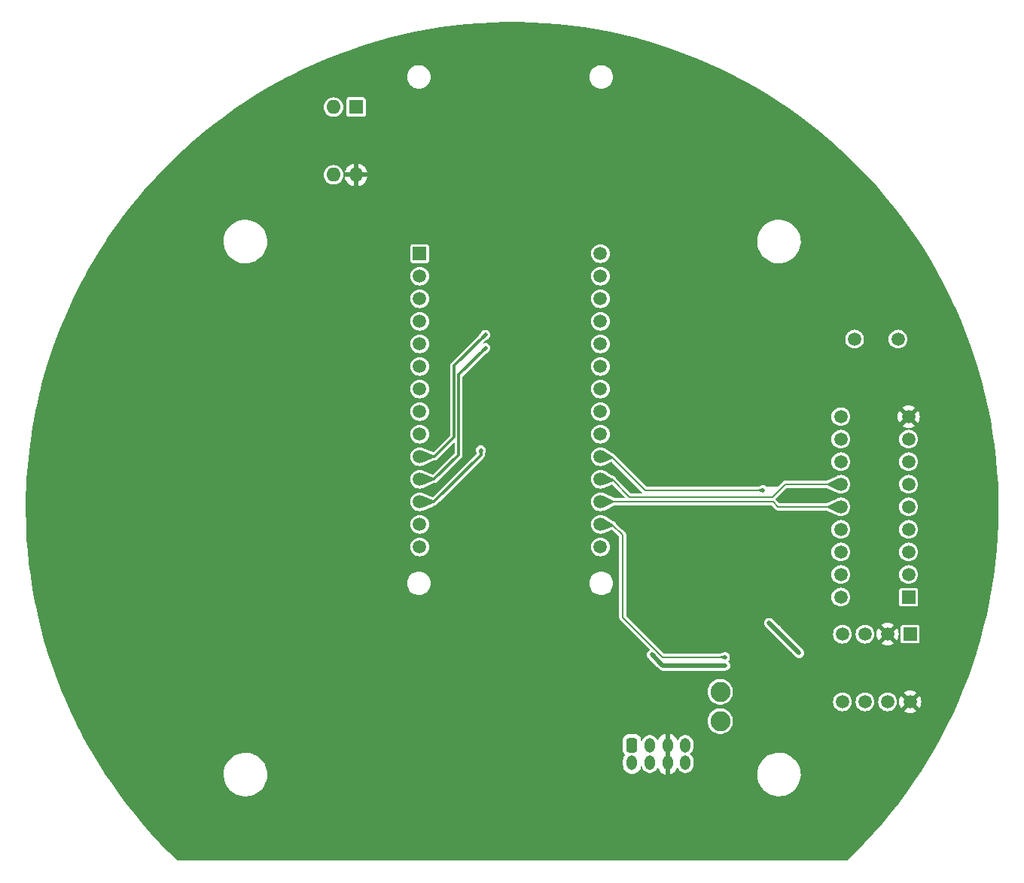
<source format=gbr>
%TF.GenerationSoftware,KiCad,Pcbnew,7.0.1-0*%
%TF.CreationDate,2023-05-24T18:25:06+09:00*%
%TF.ProjectId,AirData,41697244-6174-4612-9e6b-696361645f70,rev?*%
%TF.SameCoordinates,Original*%
%TF.FileFunction,Copper,L2,Bot*%
%TF.FilePolarity,Positive*%
%FSLAX46Y46*%
G04 Gerber Fmt 4.6, Leading zero omitted, Abs format (unit mm)*
G04 Created by KiCad (PCBNEW 7.0.1-0) date 2023-05-24 18:25:06*
%MOMM*%
%LPD*%
G01*
G04 APERTURE LIST*
G04 Aperture macros list*
%AMRoundRect*
0 Rectangle with rounded corners*
0 $1 Rounding radius*
0 $2 $3 $4 $5 $6 $7 $8 $9 X,Y pos of 4 corners*
0 Add a 4 corners polygon primitive as box body*
4,1,4,$2,$3,$4,$5,$6,$7,$8,$9,$2,$3,0*
0 Add four circle primitives for the rounded corners*
1,1,$1+$1,$2,$3*
1,1,$1+$1,$4,$5*
1,1,$1+$1,$6,$7*
1,1,$1+$1,$8,$9*
0 Add four rect primitives between the rounded corners*
20,1,$1+$1,$2,$3,$4,$5,0*
20,1,$1+$1,$4,$5,$6,$7,0*
20,1,$1+$1,$6,$7,$8,$9,0*
20,1,$1+$1,$8,$9,$2,$3,0*%
G04 Aperture macros list end*
%TA.AperFunction,ComponentPad*%
%ADD10RoundRect,0.250000X-0.350000X-0.560000X0.350000X-0.560000X0.350000X0.560000X-0.350000X0.560000X0*%
%TD*%
%TA.AperFunction,ComponentPad*%
%ADD11O,1.200000X1.650000*%
%TD*%
%TA.AperFunction,ComponentPad*%
%ADD12R,1.508000X1.508000*%
%TD*%
%TA.AperFunction,ComponentPad*%
%ADD13C,1.508000*%
%TD*%
%TA.AperFunction,ComponentPad*%
%ADD14R,1.600000X1.600000*%
%TD*%
%TA.AperFunction,ComponentPad*%
%ADD15O,1.600000X1.600000*%
%TD*%
%TA.AperFunction,ComponentPad*%
%ADD16R,1.500000X1.500000*%
%TD*%
%TA.AperFunction,ComponentPad*%
%ADD17C,1.500000*%
%TD*%
%TA.AperFunction,ComponentPad*%
%ADD18C,2.250000*%
%TD*%
%TA.AperFunction,ViaPad*%
%ADD19C,0.510000*%
%TD*%
%TA.AperFunction,Conductor*%
%ADD20C,0.500000*%
%TD*%
%TA.AperFunction,Conductor*%
%ADD21C,0.200000*%
%TD*%
%TA.AperFunction,Conductor*%
%ADD22C,0.300000*%
%TD*%
G04 APERTURE END LIST*
D10*
%TO.P,J1,1,Pin_1*%
%TO.N,+12V*%
X161977300Y-131690000D03*
D11*
%TO.P,J1,2,Pin_2*%
X161977300Y-133690000D03*
%TO.P,J1,3,Pin_3*%
%TO.N,CAN_L*%
X163977300Y-131690000D03*
%TO.P,J1,4,Pin_4*%
X163977300Y-133690000D03*
%TO.P,J1,5,Pin_5*%
%TO.N,GND*%
X165977300Y-131690000D03*
%TO.P,J1,6,Pin_6*%
X165977300Y-133690000D03*
%TO.P,J1,7,Pin_7*%
%TO.N,CAN_H*%
X167977300Y-131690000D03*
%TO.P,J1,8,Pin_8*%
X167977300Y-133690000D03*
%TD*%
D12*
%TO.P,U4,1,PA03_VREFA/AREF*%
%TO.N,unconnected-(U4-PA03_VREFA{slash}AREF-Pad1)*%
X138102500Y-76359800D03*
D13*
%TO.P,U4,2,PA02_AIN0/DAC0/A0*%
%TO.N,unconnected-(U4-PA02_AIN0{slash}DAC0{slash}A0-Pad2)*%
X138102500Y-78899800D03*
%TO.P,U4,3,PB02_AIN10/A1*%
%TO.N,unconnected-(U4-PB02_AIN10{slash}A1-Pad3)*%
X138102500Y-81439800D03*
%TO.P,U4,4,PB03_AIN11/A2*%
%TO.N,unconnected-(U4-PB03_AIN11{slash}A2-Pad4)*%
X138102500Y-83979800D03*
%TO.P,U4,5,PA04_AIN4/A3*%
%TO.N,unconnected-(U4-PA04_AIN4{slash}A3-Pad5)*%
X138102500Y-86519800D03*
%TO.P,U4,6,PA05_AIN5/A4*%
%TO.N,unconnected-(U4-PA05_AIN5{slash}A4-Pad6)*%
X138102500Y-89059800D03*
%TO.P,U4,7,PA06_AIN6/A5*%
%TO.N,unconnected-(U4-PA06_AIN6{slash}A5-Pad7)*%
X138102500Y-91599800D03*
%TO.P,U4,8,PA07_AIN7/A6*%
%TO.N,unconnected-(U4-PA07_AIN7{slash}A6-Pad8)*%
X138102500Y-94139800D03*
%TO.P,U4,9,PA22_TC4-W0/0*%
%TO.N,DEBUG_MODE*%
X138102500Y-96679800D03*
%TO.P,U4,10,PA23_TC4-W1/1*%
%TO.N,CAN_RECEIVE_STATUS*%
X138102500Y-99219800D03*
%TO.P,U4,11,PA10_TCC0-W2/~2*%
%TO.N,CAN_SEND_STATUS*%
X138102500Y-101759800D03*
%TO.P,U4,12,PA11_TCC0-W3/~3*%
%TO.N,LORA_RECEIVE_STATUS*%
X138102500Y-104299800D03*
%TO.P,U4,13,PB10_TCC0-W4/~4*%
%TO.N,LORA_SEND_STATUS*%
X138102500Y-106839800D03*
%TO.P,U4,14,PB11_TCC0-W5/~5*%
%TO.N,unconnected-(U4-PB11_TCC0-W5{slash}~5-Pad14)*%
X138102500Y-109379800D03*
%TO.P,U4,15,PA20_TCC0-W6*%
%TO.N,unconnected-(U4-PA20_TCC0-W6-Pad15)*%
X158422500Y-109379800D03*
%TO.P,U4,16,PA21_TCC0-W7*%
%TO.N,SPI_CS_MCP*%
X158422500Y-106839800D03*
%TO.P,U4,17,PA16_S1_MOSI*%
%TO.N,SPI_MOSI*%
X158422500Y-104299800D03*
%TO.P,U4,18,PA17_S1_SCK*%
%TO.N,SPI_SCLK*%
X158422500Y-101759800D03*
%TO.P,U4,19,PA19_S1_MISO*%
%TO.N,SPI_MISO*%
X158422500Y-99219800D03*
%TO.P,U4,20,PA08_S0_I2C_SDA*%
%TO.N,unconnected-(U4-PA08_S0_I2C_SDA-Pad20)*%
X158422500Y-96679800D03*
%TO.P,U4,21,PA09_S0_I2C_SCL*%
%TO.N,unconnected-(U4-PA09_S0_I2C_SCL-Pad21)*%
X158422500Y-94139800D03*
%TO.P,U4,22,PB23_S5_RX*%
%TO.N,unconnected-(U4-PB23_S5_RX-Pad22)*%
X158422500Y-91599800D03*
%TO.P,U4,23,PB22_S5_TX*%
%TO.N,unconnected-(U4-PB22_S5_TX-Pad23)*%
X158422500Y-89059800D03*
%TO.P,U4,24,RESET*%
%TO.N,unconnected-(U4-RESET-Pad24)*%
X158422500Y-86519800D03*
%TO.P,U4,25,GND*%
%TO.N,unconnected-(U4-GND-Pad25)*%
X158422500Y-83979800D03*
%TO.P,U4,26,+3V3*%
%TO.N,+3.3V*%
X158422500Y-81439800D03*
%TO.P,U4,27,VIN*%
%TO.N,+5V*%
X158422500Y-78899800D03*
%TO.P,U4,28,+5V*%
%TO.N,unconnected-(U4-+5V-Pad28)*%
X158422500Y-76359800D03*
%TD*%
D14*
%TO.P,SW1,1*%
%TO.N,DEBUG_MODE*%
X130950000Y-59874432D03*
D15*
%TO.P,SW1,2*%
%TO.N,unconnected-(SW1-Pad2)*%
X128410000Y-59874432D03*
%TO.P,SW1,3*%
%TO.N,unconnected-(SW1-Pad3)*%
X128410000Y-67494432D03*
%TO.P,SW1,4*%
%TO.N,GND*%
X130950000Y-67494432D03*
%TD*%
D16*
%TO.P,U1,1,TXD*%
%TO.N,CAN_TX*%
X193254800Y-119200200D03*
D17*
%TO.P,U1,2,VSS*%
%TO.N,GND*%
X190714800Y-119200200D03*
%TO.P,U1,3,VDD*%
%TO.N,+5V*%
X188174800Y-119200200D03*
%TO.P,U1,4,RXD*%
%TO.N,CAN_RX*%
X185634800Y-119200200D03*
%TO.P,U1,5,Vio*%
%TO.N,+3.3V*%
X185634800Y-126820200D03*
%TO.P,U1,6,CANL*%
%TO.N,CAN_L*%
X188174800Y-126820200D03*
%TO.P,U1,7,CANH*%
%TO.N,CAN_H*%
X190714800Y-126820200D03*
%TO.P,U1,8,STBY*%
%TO.N,GND*%
X193254800Y-126820200D03*
%TD*%
D18*
%TO.P,TP1,1,1*%
%TO.N,CAN_H*%
X171900000Y-128999432D03*
%TD*%
%TO.P,TP2,1,1*%
%TO.N,CAN_L*%
X171900000Y-125699432D03*
%TD*%
D17*
%TO.P,Y1,1,1*%
%TO.N,OSC2*%
X187004800Y-86000200D03*
%TO.P,Y1,2,2*%
%TO.N,OSC1*%
X191884800Y-86000200D03*
%TD*%
D16*
%TO.P,U2,1,TXCAN*%
%TO.N,CAN_TX*%
X193074800Y-115040200D03*
D17*
%TO.P,U2,2,RXCAN*%
%TO.N,CAN_RX*%
X193074800Y-112500200D03*
%TO.P,U2,3,CLKOUT/SOF*%
%TO.N,unconnected-(U2-CLKOUT{slash}SOF-Pad3)*%
X193074800Y-109960200D03*
%TO.P,U2,4,~TX0RTS*%
%TO.N,unconnected-(U2-~TX0RTS-Pad4)*%
X193074800Y-107420200D03*
%TO.P,U2,5,~TX1RTS*%
%TO.N,unconnected-(U2-~TX1RTS-Pad5)*%
X193074800Y-104880200D03*
%TO.P,U2,6,~TX2RTS*%
%TO.N,unconnected-(U2-~TX2RTS-Pad6)*%
X193074800Y-102340200D03*
%TO.P,U2,7,OSC2*%
%TO.N,OSC2*%
X193074800Y-99800200D03*
%TO.P,U2,8,OSC1*%
%TO.N,OSC1*%
X193074800Y-97260200D03*
%TO.P,U2,9,VSS*%
%TO.N,GND*%
X193074800Y-94720200D03*
%TO.P,U2,10,~RX1BF*%
%TO.N,unconnected-(U2-~RX1BF-Pad10)*%
X185454800Y-94720200D03*
%TO.P,U2,11,~RX0BF*%
%TO.N,unconnected-(U2-~RX0BF-Pad11)*%
X185454800Y-97260200D03*
%TO.P,U2,12,~INT*%
%TO.N,unconnected-(U2-~INT-Pad12)*%
X185454800Y-99800200D03*
%TO.P,U2,13,SCK*%
%TO.N,SPI_SCLK*%
X185454800Y-102340200D03*
%TO.P,U2,14,SI*%
%TO.N,SPI_MOSI*%
X185454800Y-104880200D03*
%TO.P,U2,15,SO*%
%TO.N,SPI_MISO*%
X185454800Y-107420200D03*
%TO.P,U2,16,~CS*%
%TO.N,SPI_CS_MCP*%
X185454800Y-109960200D03*
%TO.P,U2,17,~RESET*%
%TO.N,Net-(U2-~RESET)*%
X185454800Y-112500200D03*
%TO.P,U2,18,VDD*%
%TO.N,+3.3V*%
X185454800Y-115040200D03*
%TD*%
D19*
%TO.N,GND*%
X163100000Y-117600000D03*
X147300000Y-56800000D03*
X166400000Y-126400000D03*
X172500000Y-96999432D03*
X156500000Y-77000000D03*
X162900000Y-85600000D03*
X200900000Y-119000000D03*
X160300000Y-105800000D03*
X190900000Y-100800000D03*
X161300000Y-143800000D03*
X140500000Y-65400000D03*
X185100000Y-125000000D03*
X160300000Y-77200000D03*
X100100000Y-82600000D03*
X183700000Y-108600000D03*
X169100000Y-79400000D03*
X121300000Y-105400000D03*
X192300000Y-122600000D03*
X181100000Y-105800000D03*
X180300000Y-122800000D03*
X184300000Y-111000000D03*
X191100000Y-111200000D03*
X184700000Y-90000000D03*
X143100000Y-102000000D03*
X167500000Y-120600000D03*
X104300000Y-135400000D03*
X152300000Y-88800000D03*
X179800000Y-129499432D03*
X191900000Y-125800000D03*
X121500000Y-122400000D03*
X184100000Y-113600000D03*
X111900000Y-66600000D03*
X184700000Y-132000000D03*
X163900000Y-74200000D03*
X185500000Y-66600000D03*
X150500000Y-102800000D03*
X108300000Y-86800000D03*
X160300000Y-80600000D03*
X136500000Y-138200000D03*
X183700000Y-101200000D03*
X163000000Y-97799432D03*
X134100000Y-96600000D03*
X181500000Y-96400000D03*
X196300000Y-116600000D03*
X187500000Y-94400000D03*
X164500000Y-124000000D03*
X110100000Y-123000000D03*
X135300000Y-77800000D03*
X177900000Y-127399432D03*
X148700000Y-51200000D03*
X145900000Y-131400000D03*
X127300000Y-72600000D03*
X97300000Y-121000000D03*
X162550000Y-103099432D03*
X181100000Y-82400000D03*
X128300000Y-113600000D03*
X172000000Y-111999432D03*
X139300000Y-103000000D03*
X177500000Y-124000000D03*
X187500000Y-105600000D03*
X145700000Y-83600000D03*
X162700000Y-138600000D03*
X160300000Y-98600000D03*
X136300000Y-122400000D03*
X165500000Y-59200000D03*
X163050000Y-105649432D03*
X111300000Y-96600000D03*
X106500000Y-105200000D03*
X160500000Y-101400000D03*
X150500000Y-72800000D03*
X168300000Y-75600000D03*
X173300000Y-67800000D03*
X143100000Y-99600000D03*
X169500000Y-124000000D03*
X130100000Y-72200000D03*
X177500000Y-120400000D03*
X195100000Y-132400000D03*
X139300000Y-105600000D03*
X143300000Y-90800000D03*
X178900000Y-104000000D03*
X167100000Y-81800000D03*
X159900000Y-109000000D03*
X186300000Y-121000000D03*
X143900000Y-112400000D03*
X160300000Y-85200000D03*
X95900000Y-103800000D03*
X142700000Y-80400000D03*
X154100000Y-112400000D03*
X169300000Y-102099432D03*
X192100000Y-82600000D03*
X128300000Y-55099432D03*
X160300000Y-66400000D03*
X145300000Y-100200000D03*
X196100000Y-100200000D03*
X133900000Y-106400000D03*
X152100000Y-76200000D03*
X185300000Y-117200000D03*
X112100000Y-114400000D03*
X174700000Y-82000000D03*
X173100000Y-120400000D03*
X167900000Y-116800000D03*
X141500000Y-98600000D03*
X170100000Y-55600000D03*
X137900000Y-73200000D03*
X121300000Y-86400000D03*
X172700000Y-83000000D03*
X194500000Y-90000000D03*
X189900000Y-92800000D03*
X159900000Y-118400000D03*
X158700000Y-70800000D03*
X139700000Y-108000000D03*
X168300000Y-90000000D03*
X169700000Y-65600000D03*
X191300000Y-96800000D03*
X161700000Y-72200000D03*
X185500000Y-143800000D03*
X133300000Y-88800000D03*
X127100000Y-96400000D03*
X197500000Y-82600000D03*
X180700000Y-119400000D03*
X177350000Y-113299432D03*
X111700000Y-143200000D03*
X201900000Y-105200000D03*
X176800000Y-101999432D03*
X140900000Y-96400000D03*
X182100000Y-103400000D03*
X133100000Y-78600000D03*
X186700000Y-127800000D03*
X167700000Y-128200000D03*
X131900000Y-143400000D03*
X159900000Y-63400000D03*
X180300000Y-127000000D03*
X154700000Y-122400000D03*
X142900000Y-86400000D03*
X154000000Y-63500000D03*
X140700000Y-88400000D03*
%TO.N,+5V*%
X177377300Y-117922700D03*
X180277300Y-120822700D03*
X180777300Y-121322700D03*
X178200000Y-118700000D03*
%TO.N,+3.3V*%
X164200000Y-121500000D03*
X165200000Y-122500000D03*
X172454800Y-122750200D03*
X170700000Y-122750200D03*
%TO.N,SPI_CS_MCP*%
X172430000Y-121790497D03*
%TO.N,SPI_MISO*%
X176700000Y-103000200D03*
%TO.N,CAN_RECEIVE_STATUS*%
X145477300Y-85500000D03*
%TO.N,CAN_SEND_STATUS*%
X145489599Y-87000000D03*
%TO.N,LORA_RECEIVE_STATUS*%
X144977300Y-98500000D03*
%TD*%
D20*
%TO.N,+5V*%
X177377300Y-117922700D02*
X180777300Y-121322700D01*
%TO.N,+3.3V*%
X172454800Y-122750200D02*
X165450200Y-122750200D01*
X165200000Y-122500000D02*
X164200000Y-121500000D01*
X165450200Y-122750200D02*
X165200000Y-122500000D01*
D21*
%TO.N,SPI_CS_MCP*%
X160930000Y-117290000D02*
X160930000Y-108040000D01*
X160930000Y-108040000D02*
X159769800Y-106879800D01*
X165430497Y-121790497D02*
X160930000Y-117290000D01*
X159769800Y-106879800D02*
X158352500Y-106879800D01*
X172430000Y-121790497D02*
X165430497Y-121790497D01*
%TO.N,SPI_MOSI*%
X158400000Y-104300000D02*
X177827300Y-104300000D01*
X178407500Y-104880200D02*
X185454800Y-104880200D01*
X177827300Y-104300000D02*
X178407500Y-104880200D01*
%TO.N,SPI_SCLK*%
X161727500Y-103750200D02*
X177777300Y-103750200D01*
X179187300Y-102340200D02*
X185454800Y-102340200D01*
X159737100Y-101759800D02*
X161727500Y-103750200D01*
X177777300Y-103750200D02*
X179187300Y-102340200D01*
X158399800Y-101759800D02*
X159737100Y-101759800D01*
%TO.N,SPI_MISO*%
X163454800Y-103000200D02*
X159674400Y-99219800D01*
X159674400Y-99219800D02*
X158399800Y-99219800D01*
X176700000Y-103000200D02*
X163454800Y-103000200D01*
D22*
%TO.N,CAN_RECEIVE_STATUS*%
X141977300Y-97000000D02*
X139757500Y-99219800D01*
X141977300Y-89000000D02*
X141977300Y-97000000D01*
X145477300Y-85500000D02*
X141977300Y-89000000D01*
X139757500Y-99219800D02*
X138079800Y-99219800D01*
%TO.N,CAN_SEND_STATUS*%
X139717500Y-101759800D02*
X138079800Y-101759800D01*
X142477300Y-90012299D02*
X142477300Y-99000000D01*
X142477300Y-99000000D02*
X139717500Y-101759800D01*
X145489599Y-87000000D02*
X142477300Y-90012299D01*
%TO.N,LORA_RECEIVE_STATUS*%
X144977300Y-99000000D02*
X139677500Y-104299800D01*
X144977300Y-98500000D02*
X144977300Y-99000000D01*
X139677500Y-104299800D02*
X138079800Y-104299800D01*
%TD*%
%TA.AperFunction,Conductor*%
%TO.N,GND*%
G36*
X149237930Y-50304921D02*
G01*
X150709866Y-50344600D01*
X150711517Y-50344667D01*
X152181902Y-50423999D01*
X152183480Y-50424105D01*
X153651289Y-50543039D01*
X153652821Y-50543185D01*
X155116823Y-50701621D01*
X155118471Y-50701822D01*
X156577633Y-50899648D01*
X156579181Y-50899878D01*
X158032561Y-51136965D01*
X158034164Y-51137249D01*
X159480528Y-51413395D01*
X159482157Y-51413728D01*
X160920595Y-51728759D01*
X160922186Y-51729131D01*
X162351579Y-52082800D01*
X162353117Y-52083202D01*
X163772548Y-52475286D01*
X163774060Y-52475726D01*
X165182377Y-52905907D01*
X165183960Y-52906414D01*
X166580132Y-53374376D01*
X166581652Y-53374908D01*
X167964724Y-53880329D01*
X167966227Y-53880900D01*
X169335191Y-54423414D01*
X169336713Y-54424041D01*
X170690502Y-55003222D01*
X170692033Y-55003901D01*
X172029779Y-55619378D01*
X172031205Y-55620058D01*
X172842024Y-56019921D01*
X173351855Y-56271349D01*
X173353355Y-56272114D01*
X174176571Y-56706050D01*
X174601574Y-56930079D01*
X174655930Y-56958731D01*
X174657405Y-56959534D01*
X175941046Y-57681027D01*
X175942456Y-57681844D01*
X177206215Y-58437682D01*
X177207565Y-58438514D01*
X178450509Y-59228139D01*
X178451880Y-59229036D01*
X179409748Y-59874431D01*
X179673036Y-60051830D01*
X179674418Y-60052789D01*
X180872971Y-60908198D01*
X180874261Y-60909145D01*
X182049379Y-61796580D01*
X182050660Y-61797575D01*
X183201366Y-62716299D01*
X183202668Y-62717367D01*
X184328216Y-63666780D01*
X184329488Y-63667883D01*
X185429025Y-64647264D01*
X185430268Y-64648402D01*
X186502989Y-65657034D01*
X186504200Y-65658204D01*
X187549390Y-66695414D01*
X187550550Y-66696596D01*
X188567412Y-67761596D01*
X188568548Y-67762819D01*
X188999293Y-68239011D01*
X189556334Y-68854826D01*
X189557447Y-68856090D01*
X190515457Y-69974330D01*
X190516535Y-69975624D01*
X191444033Y-71119237D01*
X191445076Y-71120559D01*
X192341421Y-72288748D01*
X192342429Y-72290099D01*
X193207007Y-73482074D01*
X193207977Y-73483450D01*
X194040080Y-74698229D01*
X194041013Y-74699631D01*
X194840095Y-75936418D01*
X194840990Y-75937845D01*
X195606459Y-77195725D01*
X195607315Y-77197176D01*
X196338592Y-78475195D01*
X196339409Y-78476668D01*
X197035996Y-79773957D01*
X197036773Y-79775452D01*
X197698148Y-81091039D01*
X197698883Y-81092552D01*
X198213584Y-82189052D01*
X198324561Y-82425472D01*
X198325256Y-82427006D01*
X198914781Y-83776287D01*
X198915435Y-83777839D01*
X199468412Y-85142579D01*
X199469023Y-85144149D01*
X199984997Y-86523223D01*
X199985566Y-86524808D01*
X200464201Y-87917321D01*
X200464727Y-87918921D01*
X200905661Y-89323813D01*
X200906144Y-89325427D01*
X201309063Y-90741704D01*
X201309502Y-90743330D01*
X201674109Y-92169943D01*
X201674504Y-92171580D01*
X202000541Y-93607534D01*
X202000891Y-93609182D01*
X202288098Y-95053307D01*
X202288405Y-95054963D01*
X202536609Y-96506410D01*
X202536870Y-96508074D01*
X202745861Y-97965600D01*
X202746078Y-97967270D01*
X202915724Y-99429971D01*
X202915895Y-99431647D01*
X203046056Y-100898306D01*
X203046183Y-100899986D01*
X203136779Y-102369688D01*
X203136860Y-102371370D01*
X203187818Y-103842982D01*
X203187853Y-103844666D01*
X203199137Y-105317077D01*
X203199127Y-105318761D01*
X203170730Y-106790941D01*
X203170675Y-106792625D01*
X203102615Y-108263508D01*
X203102515Y-108265189D01*
X202994843Y-109733742D01*
X202994697Y-109735420D01*
X202847492Y-111200505D01*
X202847301Y-111202179D01*
X202660669Y-112662777D01*
X202660433Y-112664445D01*
X202434509Y-114119479D01*
X202434228Y-114121139D01*
X202169182Y-115569531D01*
X202168857Y-115571184D01*
X201864866Y-117011959D01*
X201864496Y-117013602D01*
X201521800Y-118445626D01*
X201521386Y-118447259D01*
X201140220Y-119869545D01*
X201139762Y-119871166D01*
X200720404Y-121282675D01*
X200719902Y-121284283D01*
X200262679Y-122683921D01*
X200262135Y-122685515D01*
X199767331Y-124072415D01*
X199766743Y-124073993D01*
X199234787Y-125446945D01*
X199234158Y-125448508D01*
X198665349Y-126806740D01*
X198664677Y-126808284D01*
X198059508Y-128150622D01*
X198058795Y-128152148D01*
X197417682Y-129477672D01*
X197416929Y-129479179D01*
X196740291Y-130787021D01*
X196739497Y-130788506D01*
X196027877Y-132077611D01*
X196027043Y-132079074D01*
X195280961Y-133348506D01*
X195280088Y-133349947D01*
X194500039Y-134598861D01*
X194499127Y-134600277D01*
X193685751Y-135827650D01*
X193684802Y-135829042D01*
X192838611Y-137034102D01*
X192837625Y-137035467D01*
X191959268Y-138217287D01*
X191958245Y-138218625D01*
X191048365Y-139376340D01*
X191047306Y-139377650D01*
X190106596Y-140510382D01*
X190105503Y-140511664D01*
X189134544Y-141618711D01*
X189133416Y-141619962D01*
X188133015Y-142700401D01*
X188131854Y-142701621D01*
X187102720Y-143754691D01*
X187101527Y-143755880D01*
X186146461Y-144681872D01*
X186102955Y-144699500D01*
X110897045Y-144699500D01*
X110853539Y-144681872D01*
X109898472Y-143755880D01*
X109897279Y-143754691D01*
X108868145Y-142701621D01*
X108866984Y-142700401D01*
X107866583Y-141619962D01*
X107865455Y-141618711D01*
X106894496Y-140511664D01*
X106893403Y-140510382D01*
X105952693Y-139377650D01*
X105951634Y-139376340D01*
X105041754Y-138218625D01*
X105040731Y-138217287D01*
X104162374Y-137035467D01*
X104161388Y-137034102D01*
X103315197Y-135829042D01*
X103314248Y-135827650D01*
X103228775Y-135698673D01*
X102713610Y-134921296D01*
X116045717Y-134921296D01*
X116055802Y-135235789D01*
X116106021Y-135546410D01*
X116151211Y-135698670D01*
X116195549Y-135848059D01*
X116322916Y-136135786D01*
X116406058Y-136272936D01*
X116486030Y-136404858D01*
X116682214Y-136650865D01*
X116682215Y-136650866D01*
X116908246Y-136869765D01*
X117160415Y-137057963D01*
X117434578Y-137212370D01*
X117591962Y-137276087D01*
X117726238Y-137330449D01*
X118030601Y-137410263D01*
X118342673Y-137450500D01*
X118578573Y-137450500D01*
X118578580Y-137450500D01*
X118814008Y-137435385D01*
X119122860Y-137375236D01*
X119421485Y-137276086D01*
X119704979Y-137139562D01*
X119968687Y-136967907D01*
X120208280Y-136763939D01*
X120419822Y-136531007D01*
X120599842Y-136272936D01*
X120745381Y-135993964D01*
X120854052Y-135698670D01*
X120924069Y-135391905D01*
X120954283Y-135078704D01*
X120944198Y-134764211D01*
X120893979Y-134453590D01*
X120804451Y-134151941D01*
X120721758Y-133965136D01*
X160956800Y-133965136D01*
X160971565Y-134115051D01*
X161029919Y-134307419D01*
X161039684Y-134325688D01*
X161124679Y-134484703D01*
X161252206Y-134640094D01*
X161407597Y-134767621D01*
X161584882Y-134862381D01*
X161777247Y-134920734D01*
X161977300Y-134940438D01*
X162177353Y-134920734D01*
X162369718Y-134862381D01*
X162547003Y-134767621D01*
X162702394Y-134640094D01*
X162829921Y-134484703D01*
X162924681Y-134307418D01*
X162979555Y-134126520D01*
X163001887Y-134094647D01*
X163038750Y-134082167D01*
X163075852Y-134093921D01*
X163098804Y-134125349D01*
X163107445Y-134151941D01*
X163150120Y-134283282D01*
X163244768Y-134447218D01*
X163303468Y-134512410D01*
X163371429Y-134587888D01*
X163524570Y-134699151D01*
X163697497Y-134776144D01*
X163820934Y-134802381D01*
X163882653Y-134815500D01*
X163882654Y-134815500D01*
X164071946Y-134815500D01*
X164071947Y-134815500D01*
X164118235Y-134805661D01*
X164257103Y-134776144D01*
X164430030Y-134699151D01*
X164583171Y-134587888D01*
X164709833Y-134447216D01*
X164804479Y-134283284D01*
X164812679Y-134258045D01*
X164835745Y-134226535D01*
X164873012Y-134214865D01*
X164909931Y-134227594D01*
X164932088Y-134259751D01*
X164951449Y-134325688D01*
X165047710Y-134512410D01*
X165177570Y-134677539D01*
X165336333Y-134815108D01*
X165518264Y-134920146D01*
X165716785Y-134988855D01*
X165727300Y-134990367D01*
X165727300Y-130393741D01*
X165615888Y-130420770D01*
X165424800Y-130508036D01*
X165253674Y-130629895D01*
X165108707Y-130781931D01*
X164995133Y-130958656D01*
X164929268Y-131123178D01*
X164905409Y-131152285D01*
X164869162Y-131162414D01*
X164833670Y-131149893D01*
X164811804Y-131119261D01*
X164804480Y-131096719D01*
X164804479Y-131096717D01*
X164804479Y-131096716D01*
X164709833Y-130932784D01*
X164709832Y-130932783D01*
X164709831Y-130932781D01*
X164637811Y-130852796D01*
X164583171Y-130792112D01*
X164430030Y-130680849D01*
X164257103Y-130603856D01*
X164257101Y-130603855D01*
X164257100Y-130603855D01*
X164071947Y-130564500D01*
X164071946Y-130564500D01*
X163882654Y-130564500D01*
X163882653Y-130564500D01*
X163697499Y-130603855D01*
X163524571Y-130680848D01*
X163524569Y-130680849D01*
X163524570Y-130680849D01*
X163371429Y-130792112D01*
X163371426Y-130792114D01*
X163371426Y-130792115D01*
X163244768Y-130932781D01*
X163150120Y-131096717D01*
X163119740Y-131190218D01*
X163092955Y-131224194D01*
X163050522Y-131232634D01*
X163012774Y-131211494D01*
X162997799Y-131170904D01*
X162997799Y-131075811D01*
X162997799Y-131075806D01*
X162991661Y-131008251D01*
X162943220Y-130852797D01*
X162858983Y-130713453D01*
X162743847Y-130598317D01*
X162604503Y-130514080D01*
X162534133Y-130492152D01*
X162449047Y-130465638D01*
X162381499Y-130459500D01*
X161573110Y-130459500D01*
X161543548Y-130462186D01*
X161505551Y-130465639D01*
X161420464Y-130492152D01*
X161350096Y-130514080D01*
X161210752Y-130598317D01*
X161095617Y-130713452D01*
X161011380Y-130852797D01*
X160962938Y-131008252D01*
X160956800Y-131075800D01*
X160956800Y-132304189D01*
X160958754Y-132325688D01*
X160962939Y-132371749D01*
X160986456Y-132447218D01*
X161011380Y-132527203D01*
X161095617Y-132666547D01*
X161174633Y-132745563D01*
X161192864Y-132786690D01*
X161178753Y-132829406D01*
X161124678Y-132895298D01*
X161029919Y-133072580D01*
X160971565Y-133264948D01*
X160956800Y-133414864D01*
X160956800Y-133965136D01*
X120721758Y-133965136D01*
X120677084Y-133864216D01*
X120677083Y-133864213D01*
X120513971Y-133595144D01*
X120513970Y-133595142D01*
X120317786Y-133349135D01*
X120264811Y-133297832D01*
X120091753Y-133130234D01*
X119839584Y-132942036D01*
X119565421Y-132787629D01*
X119273766Y-132669552D01*
X118969397Y-132589736D01*
X118657327Y-132549500D01*
X118421420Y-132549500D01*
X118185992Y-132564615D01*
X118185988Y-132564615D01*
X118185984Y-132564616D01*
X117877143Y-132624763D01*
X117578519Y-132723912D01*
X117295014Y-132860441D01*
X117031312Y-133032093D01*
X116791721Y-133236059D01*
X116580178Y-133468992D01*
X116400157Y-133727065D01*
X116254618Y-134006036D01*
X116152589Y-134283284D01*
X116145948Y-134301330D01*
X116144558Y-134307419D01*
X116075930Y-134608097D01*
X116051400Y-134862381D01*
X116045717Y-134921296D01*
X102713610Y-134921296D01*
X102500867Y-134600270D01*
X102499960Y-134598861D01*
X102493106Y-134587888D01*
X102102308Y-133962192D01*
X101719911Y-133349947D01*
X101719038Y-133348506D01*
X101293673Y-132624763D01*
X100972945Y-132079055D01*
X100972122Y-132077611D01*
X100908405Y-131962188D01*
X100260500Y-130788503D01*
X100259708Y-130787021D01*
X100054111Y-130389633D01*
X166227300Y-130389633D01*
X166227300Y-134986258D01*
X166338711Y-134959229D01*
X166421774Y-134921296D01*
X176045717Y-134921296D01*
X176055802Y-135235789D01*
X176106021Y-135546410D01*
X176151211Y-135698670D01*
X176195549Y-135848059D01*
X176322916Y-136135786D01*
X176406058Y-136272936D01*
X176486030Y-136404858D01*
X176682214Y-136650865D01*
X176682215Y-136650866D01*
X176908246Y-136869765D01*
X177160415Y-137057963D01*
X177434578Y-137212370D01*
X177591962Y-137276087D01*
X177726238Y-137330449D01*
X178030601Y-137410263D01*
X178342673Y-137450500D01*
X178578573Y-137450500D01*
X178578580Y-137450500D01*
X178814008Y-137435385D01*
X179122860Y-137375236D01*
X179421485Y-137276086D01*
X179704979Y-137139562D01*
X179968687Y-136967907D01*
X180208280Y-136763939D01*
X180419822Y-136531007D01*
X180599842Y-136272936D01*
X180745381Y-135993964D01*
X180854052Y-135698670D01*
X180924069Y-135391905D01*
X180954283Y-135078704D01*
X180944198Y-134764211D01*
X180893979Y-134453590D01*
X180804451Y-134151941D01*
X180677084Y-133864216D01*
X180677083Y-133864213D01*
X180513971Y-133595144D01*
X180513970Y-133595142D01*
X180317786Y-133349135D01*
X180264811Y-133297832D01*
X180091753Y-133130234D01*
X179839584Y-132942036D01*
X179565421Y-132787629D01*
X179273766Y-132669552D01*
X178969397Y-132589736D01*
X178657327Y-132549500D01*
X178421420Y-132549500D01*
X178185992Y-132564615D01*
X178185988Y-132564615D01*
X178185984Y-132564616D01*
X177877143Y-132624763D01*
X177578519Y-132723912D01*
X177295014Y-132860441D01*
X177031312Y-133032093D01*
X176791721Y-133236059D01*
X176580178Y-133468992D01*
X176400157Y-133727065D01*
X176254618Y-134006036D01*
X176152589Y-134283284D01*
X176145948Y-134301330D01*
X176144558Y-134307419D01*
X176075930Y-134608097D01*
X176051400Y-134862381D01*
X176045717Y-134921296D01*
X166421774Y-134921296D01*
X166529799Y-134871963D01*
X166700925Y-134750104D01*
X166845892Y-134598068D01*
X166959466Y-134421343D01*
X167025331Y-134256821D01*
X167049189Y-134227714D01*
X167085436Y-134217585D01*
X167120928Y-134230106D01*
X167142794Y-134260736D01*
X167150121Y-134283284D01*
X167174603Y-134325688D01*
X167244768Y-134447218D01*
X167303468Y-134512410D01*
X167371429Y-134587888D01*
X167524570Y-134699151D01*
X167697497Y-134776144D01*
X167820934Y-134802381D01*
X167882653Y-134815500D01*
X167882654Y-134815500D01*
X168071946Y-134815500D01*
X168071947Y-134815500D01*
X168118235Y-134805661D01*
X168257103Y-134776144D01*
X168430030Y-134699151D01*
X168583171Y-134587888D01*
X168709833Y-134447216D01*
X168804479Y-134283284D01*
X168862974Y-134103256D01*
X168877800Y-133962192D01*
X168877800Y-133417808D01*
X168862974Y-133276744D01*
X168804479Y-133096716D01*
X168709833Y-132932784D01*
X168709832Y-132932783D01*
X168709831Y-132932781D01*
X168583171Y-132792112D01*
X168512219Y-132740562D01*
X168489515Y-132709312D01*
X168489515Y-132670685D01*
X168512217Y-132639438D01*
X168583171Y-132587888D01*
X168709833Y-132447216D01*
X168804479Y-132283284D01*
X168862974Y-132103256D01*
X168877800Y-131962192D01*
X168877800Y-131417808D01*
X168862974Y-131276744D01*
X168804479Y-131096716D01*
X168709833Y-130932784D01*
X168709832Y-130932783D01*
X168709831Y-130932781D01*
X168637811Y-130852796D01*
X168583171Y-130792112D01*
X168430030Y-130680849D01*
X168257103Y-130603856D01*
X168257101Y-130603855D01*
X168257100Y-130603855D01*
X168071947Y-130564500D01*
X168071946Y-130564500D01*
X167882654Y-130564500D01*
X167882653Y-130564500D01*
X167697499Y-130603855D01*
X167524571Y-130680848D01*
X167524569Y-130680849D01*
X167524570Y-130680849D01*
X167371429Y-130792112D01*
X167371426Y-130792114D01*
X167371426Y-130792115D01*
X167244768Y-130932781D01*
X167150121Y-131096716D01*
X167141920Y-131121955D01*
X167118853Y-131153465D01*
X167081586Y-131165134D01*
X167044667Y-131152405D01*
X167022511Y-131120248D01*
X167003150Y-131054310D01*
X166906889Y-130867589D01*
X166777029Y-130702460D01*
X166618266Y-130564891D01*
X166436335Y-130459853D01*
X166237814Y-130391144D01*
X166227300Y-130389633D01*
X100054111Y-130389633D01*
X99583070Y-129479179D01*
X99582317Y-129477672D01*
X99351008Y-128999432D01*
X170469615Y-128999432D01*
X170489124Y-129234866D01*
X170547117Y-129463877D01*
X170600388Y-129585323D01*
X170642014Y-129680221D01*
X170771224Y-129877992D01*
X170771225Y-129877993D01*
X170931227Y-130051800D01*
X171117654Y-130196902D01*
X171325421Y-130309340D01*
X171548861Y-130386048D01*
X171781880Y-130424932D01*
X172018118Y-130424932D01*
X172018120Y-130424932D01*
X172251139Y-130386048D01*
X172474579Y-130309340D01*
X172682346Y-130196902D01*
X172868773Y-130051800D01*
X173028775Y-129877993D01*
X173157986Y-129680220D01*
X173252883Y-129463877D01*
X173310876Y-129234866D01*
X173330385Y-128999432D01*
X173310876Y-128763998D01*
X173252883Y-128534987D01*
X173157986Y-128318644D01*
X173028775Y-128120871D01*
X172868773Y-127947064D01*
X172682346Y-127801962D01*
X172474579Y-127689524D01*
X172251139Y-127612816D01*
X172018120Y-127573932D01*
X171781880Y-127573932D01*
X171548861Y-127612815D01*
X171548861Y-127612816D01*
X171325418Y-127689525D01*
X171117652Y-127801963D01*
X170931229Y-127947062D01*
X170771224Y-128120871D01*
X170642014Y-128318642D01*
X170558763Y-128508435D01*
X170547117Y-128534987D01*
X170489124Y-128763998D01*
X170469615Y-128999432D01*
X99351008Y-128999432D01*
X99021732Y-128318642D01*
X98941188Y-128152114D01*
X98940507Y-128150656D01*
X98335320Y-126808280D01*
X98334650Y-126806740D01*
X98238854Y-126577993D01*
X97870925Y-125699432D01*
X170469615Y-125699432D01*
X170489124Y-125934866D01*
X170547117Y-126163877D01*
X170577766Y-126233750D01*
X170642014Y-126380221D01*
X170771224Y-126577992D01*
X170771225Y-126577993D01*
X170931227Y-126751800D01*
X171117654Y-126896902D01*
X171325421Y-127009340D01*
X171548861Y-127086048D01*
X171781880Y-127124932D01*
X172018118Y-127124932D01*
X172018120Y-127124932D01*
X172251139Y-127086048D01*
X172474579Y-127009340D01*
X172682346Y-126896902D01*
X172780894Y-126820199D01*
X184579217Y-126820199D01*
X184599499Y-127026132D01*
X184599500Y-127026134D01*
X184659568Y-127224154D01*
X184673039Y-127249356D01*
X184757117Y-127406653D01*
X184888389Y-127566610D01*
X185038162Y-127689524D01*
X185048350Y-127697885D01*
X185230846Y-127795432D01*
X185428866Y-127855500D01*
X185634800Y-127875783D01*
X185840734Y-127855500D01*
X186038754Y-127795432D01*
X186221250Y-127697885D01*
X186381210Y-127566610D01*
X186512485Y-127406650D01*
X186610032Y-127224154D01*
X186670100Y-127026134D01*
X186690383Y-126820200D01*
X186690383Y-126820199D01*
X187119217Y-126820199D01*
X187139499Y-127026132D01*
X187139500Y-127026134D01*
X187199568Y-127224154D01*
X187213039Y-127249356D01*
X187297117Y-127406653D01*
X187428389Y-127566610D01*
X187578162Y-127689524D01*
X187588350Y-127697885D01*
X187770846Y-127795432D01*
X187968866Y-127855500D01*
X188174800Y-127875783D01*
X188380734Y-127855500D01*
X188578754Y-127795432D01*
X188761250Y-127697885D01*
X188921210Y-127566610D01*
X189052485Y-127406650D01*
X189150032Y-127224154D01*
X189210100Y-127026134D01*
X189230383Y-126820200D01*
X189230383Y-126820199D01*
X189659217Y-126820199D01*
X189679499Y-127026132D01*
X189679500Y-127026134D01*
X189739568Y-127224154D01*
X189753039Y-127249356D01*
X189837117Y-127406653D01*
X189968389Y-127566610D01*
X190118162Y-127689524D01*
X190128350Y-127697885D01*
X190310846Y-127795432D01*
X190508866Y-127855500D01*
X190714800Y-127875783D01*
X190841287Y-127863325D01*
X192565226Y-127863325D01*
X192627410Y-127906866D01*
X192825643Y-127999303D01*
X193036910Y-128055912D01*
X193254800Y-128074975D01*
X193472689Y-128055912D01*
X193683956Y-127999303D01*
X193882185Y-127906867D01*
X193944371Y-127863324D01*
X193254800Y-127173753D01*
X192565226Y-127863325D01*
X190841287Y-127863325D01*
X190920734Y-127855500D01*
X191118754Y-127795432D01*
X191301250Y-127697885D01*
X191461210Y-127566610D01*
X191592485Y-127406650D01*
X191690032Y-127224154D01*
X191750100Y-127026134D01*
X191770383Y-126820200D01*
X191770383Y-126820199D01*
X192000024Y-126820199D01*
X192019087Y-127038089D01*
X192075696Y-127249356D01*
X192168134Y-127447589D01*
X192211673Y-127509772D01*
X192901247Y-126820200D01*
X193608353Y-126820200D01*
X194297924Y-127509771D01*
X194341467Y-127447585D01*
X194433903Y-127249356D01*
X194490512Y-127038089D01*
X194509575Y-126820199D01*
X194490512Y-126602310D01*
X194433903Y-126391043D01*
X194341467Y-126192814D01*
X194297923Y-126130628D01*
X193608353Y-126820200D01*
X192901247Y-126820200D01*
X192211674Y-126130627D01*
X192168133Y-126192811D01*
X192075696Y-126391043D01*
X192019087Y-126602310D01*
X192000024Y-126820199D01*
X191770383Y-126820199D01*
X191750100Y-126614266D01*
X191690032Y-126416246D01*
X191592485Y-126233750D01*
X191558890Y-126192814D01*
X191461210Y-126073789D01*
X191301253Y-125942517D01*
X191301251Y-125942516D01*
X191301250Y-125942515D01*
X191118754Y-125844968D01*
X191032529Y-125818812D01*
X190920732Y-125784899D01*
X190841281Y-125777074D01*
X192565227Y-125777074D01*
X193254799Y-126466646D01*
X193944372Y-125777073D01*
X193882189Y-125733534D01*
X193683956Y-125641096D01*
X193472689Y-125584487D01*
X193254800Y-125565424D01*
X193036910Y-125584487D01*
X192825643Y-125641096D01*
X192627411Y-125733533D01*
X192565227Y-125777074D01*
X190841281Y-125777074D01*
X190714800Y-125764617D01*
X190508867Y-125784899D01*
X190310846Y-125844968D01*
X190128346Y-125942517D01*
X189968389Y-126073789D01*
X189837117Y-126233746D01*
X189739568Y-126416246D01*
X189679499Y-126614267D01*
X189659217Y-126820199D01*
X189230383Y-126820199D01*
X189210100Y-126614266D01*
X189150032Y-126416246D01*
X189052485Y-126233750D01*
X189018890Y-126192814D01*
X188921210Y-126073789D01*
X188761253Y-125942517D01*
X188761251Y-125942516D01*
X188761250Y-125942515D01*
X188578754Y-125844968D01*
X188492529Y-125818812D01*
X188380732Y-125784899D01*
X188174800Y-125764617D01*
X187968867Y-125784899D01*
X187770846Y-125844968D01*
X187588346Y-125942517D01*
X187428389Y-126073789D01*
X187297117Y-126233746D01*
X187199568Y-126416246D01*
X187139499Y-126614267D01*
X187119217Y-126820199D01*
X186690383Y-126820199D01*
X186670100Y-126614266D01*
X186610032Y-126416246D01*
X186512485Y-126233750D01*
X186478890Y-126192814D01*
X186381210Y-126073789D01*
X186221253Y-125942517D01*
X186221251Y-125942516D01*
X186221250Y-125942515D01*
X186038754Y-125844968D01*
X185952529Y-125818812D01*
X185840732Y-125784899D01*
X185634800Y-125764617D01*
X185428867Y-125784899D01*
X185230846Y-125844968D01*
X185048346Y-125942517D01*
X184888389Y-126073789D01*
X184757117Y-126233746D01*
X184659568Y-126416246D01*
X184599499Y-126614267D01*
X184579217Y-126820199D01*
X172780894Y-126820199D01*
X172868773Y-126751800D01*
X173028775Y-126577993D01*
X173157986Y-126380220D01*
X173252883Y-126163877D01*
X173310876Y-125934866D01*
X173330385Y-125699432D01*
X173310876Y-125463998D01*
X173252883Y-125234987D01*
X173157986Y-125018644D01*
X173028775Y-124820871D01*
X172868773Y-124647064D01*
X172682346Y-124501962D01*
X172474579Y-124389524D01*
X172251139Y-124312816D01*
X172018120Y-124273932D01*
X171781880Y-124273932D01*
X171548860Y-124312816D01*
X171548861Y-124312816D01*
X171325418Y-124389525D01*
X171117652Y-124501963D01*
X170931229Y-124647062D01*
X170771224Y-124820871D01*
X170642014Y-125018642D01*
X170558763Y-125208436D01*
X170547117Y-125234987D01*
X170489124Y-125463998D01*
X170469615Y-125699432D01*
X97870925Y-125699432D01*
X97765820Y-125448457D01*
X97765234Y-125447000D01*
X97233236Y-124073940D01*
X97232686Y-124072464D01*
X96830354Y-122944757D01*
X96737864Y-122685515D01*
X96737320Y-122683921D01*
X96280097Y-121284283D01*
X96279595Y-121282675D01*
X96192037Y-120987965D01*
X95860224Y-119871121D01*
X95859791Y-119869590D01*
X95478598Y-118447203D01*
X95478213Y-118445682D01*
X95135499Y-117013588D01*
X95135133Y-117011959D01*
X94941828Y-116095782D01*
X94831133Y-115571139D01*
X94830826Y-115569577D01*
X94565765Y-114121107D01*
X94565497Y-114119521D01*
X94465422Y-113474999D01*
X136681936Y-113474999D01*
X136702150Y-113706051D01*
X136762179Y-113930077D01*
X136860199Y-114140281D01*
X136993229Y-114330269D01*
X137157230Y-114494270D01*
X137290260Y-114587418D01*
X137347219Y-114627301D01*
X137557421Y-114725320D01*
X137632097Y-114745329D01*
X137781448Y-114785349D01*
X137954627Y-114800500D01*
X137954629Y-114800500D01*
X138070371Y-114800500D01*
X138070373Y-114800500D01*
X138243551Y-114785349D01*
X138318226Y-114765339D01*
X138467579Y-114725320D01*
X138677781Y-114627301D01*
X138867769Y-114494270D01*
X139031770Y-114330269D01*
X139164801Y-114140282D01*
X139262820Y-113930079D01*
X139322849Y-113706050D01*
X139335996Y-113555783D01*
X139343063Y-113475000D01*
X157181936Y-113475000D01*
X157202150Y-113706051D01*
X157262179Y-113930077D01*
X157360199Y-114140281D01*
X157493229Y-114330269D01*
X157657230Y-114494270D01*
X157790260Y-114587418D01*
X157847219Y-114627301D01*
X158057421Y-114725320D01*
X158132097Y-114745329D01*
X158281448Y-114785349D01*
X158454627Y-114800500D01*
X158454629Y-114800500D01*
X158570371Y-114800500D01*
X158570373Y-114800500D01*
X158743551Y-114785349D01*
X158818226Y-114765339D01*
X158967579Y-114725320D01*
X159177781Y-114627301D01*
X159367769Y-114494270D01*
X159531770Y-114330269D01*
X159664801Y-114140282D01*
X159762820Y-113930079D01*
X159822849Y-113706050D01*
X159835996Y-113555783D01*
X159843063Y-113475000D01*
X159822849Y-113243948D01*
X159762820Y-113019922D01*
X159762820Y-113019921D01*
X159664801Y-112809719D01*
X159592269Y-112706132D01*
X159531770Y-112619730D01*
X159367769Y-112455729D01*
X159177781Y-112322699D01*
X158967577Y-112224679D01*
X158743551Y-112164650D01*
X158570373Y-112149500D01*
X158570371Y-112149500D01*
X158454629Y-112149500D01*
X158454627Y-112149500D01*
X158281448Y-112164650D01*
X158057422Y-112224679D01*
X157847218Y-112322699D01*
X157657230Y-112455729D01*
X157493229Y-112619730D01*
X157360199Y-112809717D01*
X157262179Y-113019922D01*
X157202150Y-113243948D01*
X157181936Y-113475000D01*
X139343063Y-113475000D01*
X139322849Y-113243948D01*
X139262820Y-113019922D01*
X139262820Y-113019921D01*
X139164801Y-112809719D01*
X139092269Y-112706132D01*
X139031770Y-112619730D01*
X138867769Y-112455729D01*
X138677781Y-112322699D01*
X138467577Y-112224679D01*
X138243551Y-112164650D01*
X138070373Y-112149500D01*
X138070371Y-112149500D01*
X137954629Y-112149500D01*
X137954627Y-112149500D01*
X137781448Y-112164650D01*
X137557422Y-112224679D01*
X137347218Y-112322699D01*
X137157230Y-112455729D01*
X136993229Y-112619730D01*
X136860199Y-112809717D01*
X136762179Y-113019922D01*
X136702150Y-113243948D01*
X136681936Y-113474999D01*
X94465422Y-113474999D01*
X94339556Y-112664375D01*
X94339338Y-112662836D01*
X94152692Y-111202128D01*
X94152512Y-111200556D01*
X94005296Y-109735353D01*
X94005161Y-109733809D01*
X93979206Y-109379800D01*
X137042898Y-109379800D01*
X137063257Y-109586516D01*
X137123555Y-109785293D01*
X137221473Y-109968484D01*
X137353247Y-110129052D01*
X137513815Y-110260826D01*
X137513817Y-110260827D01*
X137697008Y-110358745D01*
X137895782Y-110419042D01*
X138102500Y-110439402D01*
X138309218Y-110419042D01*
X138507992Y-110358745D01*
X138691183Y-110260827D01*
X138851752Y-110129052D01*
X138983527Y-109968483D01*
X139081445Y-109785292D01*
X139141742Y-109586518D01*
X139162102Y-109379800D01*
X157362898Y-109379800D01*
X157383257Y-109586516D01*
X157443555Y-109785293D01*
X157541473Y-109968484D01*
X157673247Y-110129052D01*
X157833815Y-110260826D01*
X157833817Y-110260827D01*
X158017008Y-110358745D01*
X158215782Y-110419042D01*
X158422500Y-110439402D01*
X158629218Y-110419042D01*
X158827992Y-110358745D01*
X159011183Y-110260827D01*
X159171752Y-110129052D01*
X159303527Y-109968483D01*
X159401445Y-109785292D01*
X159461742Y-109586518D01*
X159482102Y-109379800D01*
X159461742Y-109173082D01*
X159401445Y-108974308D01*
X159303527Y-108791117D01*
X159303526Y-108791115D01*
X159171752Y-108630547D01*
X159011184Y-108498773D01*
X158827993Y-108400855D01*
X158629216Y-108340557D01*
X158422500Y-108320198D01*
X158215783Y-108340557D01*
X158017006Y-108400855D01*
X157833815Y-108498773D01*
X157673247Y-108630547D01*
X157541473Y-108791115D01*
X157443555Y-108974306D01*
X157383257Y-109173083D01*
X157362898Y-109379800D01*
X139162102Y-109379800D01*
X139141742Y-109173082D01*
X139081445Y-108974308D01*
X138983527Y-108791117D01*
X138983526Y-108791115D01*
X138851752Y-108630547D01*
X138691184Y-108498773D01*
X138507993Y-108400855D01*
X138309216Y-108340557D01*
X138102500Y-108320198D01*
X137895783Y-108340557D01*
X137697006Y-108400855D01*
X137513815Y-108498773D01*
X137353247Y-108630547D01*
X137221473Y-108791115D01*
X137123555Y-108974306D01*
X137063257Y-109173083D01*
X137042898Y-109379800D01*
X93979206Y-109379800D01*
X93897483Y-108265174D01*
X93897384Y-108263508D01*
X93893871Y-108187587D01*
X93831507Y-106839800D01*
X137042898Y-106839800D01*
X137063257Y-107046516D01*
X137123555Y-107245293D01*
X137221473Y-107428484D01*
X137353247Y-107589052D01*
X137513815Y-107720826D01*
X137665040Y-107801658D01*
X137697008Y-107818745D01*
X137895782Y-107879042D01*
X138102500Y-107899402D01*
X138309218Y-107879042D01*
X138507992Y-107818745D01*
X138691183Y-107720827D01*
X138851752Y-107589052D01*
X138983527Y-107428483D01*
X139081445Y-107245292D01*
X139141742Y-107046518D01*
X139162102Y-106839800D01*
X157362898Y-106839800D01*
X157383257Y-107046516D01*
X157443555Y-107245293D01*
X157541473Y-107428484D01*
X157673247Y-107589052D01*
X157833815Y-107720826D01*
X157985040Y-107801658D01*
X158017008Y-107818745D01*
X158215782Y-107879042D01*
X158422500Y-107899402D01*
X158629218Y-107879042D01*
X158827992Y-107818745D01*
X158832043Y-107816579D01*
X158843090Y-107812105D01*
X158844051Y-107811685D01*
X158844061Y-107811683D01*
X159704189Y-107436657D01*
X159740795Y-107432540D01*
X159773362Y-107449755D01*
X160511194Y-108187587D01*
X160529500Y-108231781D01*
X160529500Y-117226567D01*
X160529500Y-117353433D01*
X160532416Y-117362407D01*
X160537841Y-117379105D01*
X160540129Y-117388638D01*
X160544353Y-117415303D01*
X160556609Y-117439357D01*
X160560362Y-117448417D01*
X160568704Y-117474090D01*
X160584573Y-117495932D01*
X160589690Y-117504281D01*
X160601950Y-117528342D01*
X160601951Y-117528343D01*
X160621371Y-117547763D01*
X160621375Y-117547768D01*
X163972877Y-120899270D01*
X163990648Y-120935306D01*
X163982810Y-120974713D01*
X163952602Y-121001206D01*
X163919853Y-121014771D01*
X163803812Y-121103812D01*
X163714772Y-121219852D01*
X163658798Y-121354987D01*
X163639707Y-121499999D01*
X163658798Y-121645011D01*
X163658798Y-121645013D01*
X163658799Y-121645014D01*
X163658993Y-121645483D01*
X163681089Y-121698828D01*
X163682445Y-121702974D01*
X163684881Y-121707987D01*
X163714770Y-121780146D01*
X163753943Y-121831195D01*
X163756853Y-121835605D01*
X163760633Y-121839915D01*
X163803813Y-121896187D01*
X163860089Y-121939370D01*
X163866235Y-121944760D01*
X164755242Y-122833767D01*
X164760632Y-122839913D01*
X164803813Y-122896187D01*
X164860086Y-122939367D01*
X164866232Y-122944757D01*
X165053518Y-123132042D01*
X165055001Y-123133576D01*
X165099520Y-123181244D01*
X165137321Y-123204230D01*
X165142598Y-123207822D01*
X165177858Y-123234561D01*
X165199447Y-123243074D01*
X165208990Y-123247814D01*
X165228818Y-123259872D01*
X165271440Y-123271814D01*
X165277462Y-123273839D01*
X165318636Y-123290076D01*
X165338698Y-123292138D01*
X165341718Y-123292449D01*
X165352187Y-123294438D01*
X165374535Y-123300700D01*
X165418774Y-123300700D01*
X165425166Y-123301028D01*
X165469171Y-123305552D01*
X165469171Y-123305551D01*
X165469172Y-123305552D01*
X165492041Y-123301608D01*
X165502660Y-123300700D01*
X170621523Y-123300700D01*
X170629680Y-123301234D01*
X170700000Y-123310493D01*
X170770319Y-123301234D01*
X170778477Y-123300700D01*
X172376323Y-123300700D01*
X172384480Y-123301234D01*
X172454800Y-123310493D01*
X172599814Y-123291401D01*
X172734947Y-123235428D01*
X172850987Y-123146387D01*
X172940028Y-123030347D01*
X172996001Y-122895214D01*
X173015093Y-122750200D01*
X172996001Y-122605186D01*
X172940028Y-122470054D01*
X172850987Y-122354013D01*
X172794170Y-122310416D01*
X172772613Y-122279627D01*
X172772613Y-122242038D01*
X172794171Y-122211250D01*
X172826187Y-122186684D01*
X172915228Y-122070644D01*
X172971201Y-121935511D01*
X172990293Y-121790497D01*
X172971201Y-121645483D01*
X172915228Y-121510351D01*
X172826187Y-121394310D01*
X172826185Y-121394309D01*
X172826185Y-121394308D01*
X172710148Y-121305269D01*
X172575012Y-121249295D01*
X172430000Y-121230204D01*
X172284986Y-121249295D01*
X172260409Y-121259475D01*
X172250402Y-121262664D01*
X172226733Y-121268066D01*
X171865369Y-121386871D01*
X171845849Y-121389997D01*
X165622278Y-121389997D01*
X165578084Y-121371691D01*
X162129092Y-117922699D01*
X176817007Y-117922699D01*
X176836098Y-118067711D01*
X176858389Y-118121528D01*
X176859745Y-118125674D01*
X176862181Y-118130687D01*
X176892070Y-118202846D01*
X176931243Y-118253895D01*
X176934153Y-118258305D01*
X176937933Y-118262615D01*
X176981113Y-118318887D01*
X177037389Y-118362070D01*
X177043535Y-118367460D01*
X179832536Y-121156460D01*
X179837926Y-121162606D01*
X179881113Y-121218887D01*
X179937392Y-121262072D01*
X179943538Y-121267462D01*
X180332539Y-121656463D01*
X180337929Y-121662609D01*
X180381113Y-121718887D01*
X180497151Y-121807927D01*
X180497152Y-121807927D01*
X180497153Y-121807928D01*
X180632286Y-121863901D01*
X180777300Y-121882993D01*
X180922314Y-121863901D01*
X181057447Y-121807928D01*
X181173487Y-121718887D01*
X181262528Y-121602847D01*
X181318501Y-121467714D01*
X181337593Y-121322700D01*
X181318501Y-121177686D01*
X181296230Y-121123919D01*
X181294868Y-121119749D01*
X181292402Y-121114679D01*
X181262528Y-121042554D01*
X181223347Y-120991492D01*
X181220445Y-120987095D01*
X181216666Y-120982786D01*
X181210471Y-120974713D01*
X181173487Y-120926513D01*
X181148530Y-120907363D01*
X181117209Y-120883329D01*
X181111063Y-120877939D01*
X180722058Y-120488934D01*
X180716667Y-120482787D01*
X180673486Y-120426512D01*
X180617206Y-120383326D01*
X180611060Y-120377936D01*
X179433325Y-119200200D01*
X184579217Y-119200200D01*
X184599499Y-119406132D01*
X184599500Y-119406134D01*
X184659568Y-119604154D01*
X184673039Y-119629356D01*
X184757117Y-119786653D01*
X184888389Y-119946610D01*
X184978049Y-120020191D01*
X185048350Y-120077885D01*
X185230846Y-120175432D01*
X185428866Y-120235500D01*
X185634800Y-120255783D01*
X185840734Y-120235500D01*
X186038754Y-120175432D01*
X186221250Y-120077885D01*
X186381210Y-119946610D01*
X186512485Y-119786650D01*
X186610032Y-119604154D01*
X186670100Y-119406134D01*
X186690383Y-119200200D01*
X187119217Y-119200200D01*
X187139499Y-119406132D01*
X187139500Y-119406134D01*
X187199568Y-119604154D01*
X187213039Y-119629356D01*
X187297117Y-119786653D01*
X187428389Y-119946610D01*
X187518049Y-120020191D01*
X187588350Y-120077885D01*
X187770846Y-120175432D01*
X187968866Y-120235500D01*
X188174800Y-120255783D01*
X188301287Y-120243325D01*
X190025226Y-120243325D01*
X190087410Y-120286866D01*
X190285643Y-120379303D01*
X190496910Y-120435912D01*
X190714800Y-120454975D01*
X190932689Y-120435912D01*
X191143956Y-120379303D01*
X191342185Y-120286867D01*
X191404371Y-120243324D01*
X191156108Y-119995061D01*
X192204300Y-119995061D01*
X192207215Y-120020190D01*
X192252594Y-120122966D01*
X192332033Y-120202405D01*
X192332034Y-120202405D01*
X192332035Y-120202406D01*
X192434809Y-120247785D01*
X192459935Y-120250700D01*
X194049664Y-120250699D01*
X194074791Y-120247785D01*
X194177565Y-120202406D01*
X194257006Y-120122965D01*
X194302385Y-120020191D01*
X194305300Y-119995065D01*
X194305299Y-118405336D01*
X194302385Y-118380209D01*
X194257006Y-118277435D01*
X194257005Y-118277434D01*
X194257005Y-118277433D01*
X194177566Y-118197994D01*
X194102614Y-118164900D01*
X194074791Y-118152615D01*
X194049665Y-118149700D01*
X194049661Y-118149700D01*
X192459938Y-118149700D01*
X192434809Y-118152615D01*
X192332033Y-118197994D01*
X192252594Y-118277433D01*
X192207215Y-118380209D01*
X192204300Y-118405338D01*
X192204300Y-119995061D01*
X191156108Y-119995061D01*
X190714800Y-119553753D01*
X190025226Y-120243325D01*
X188301287Y-120243325D01*
X188380734Y-120235500D01*
X188578754Y-120175432D01*
X188761250Y-120077885D01*
X188921210Y-119946610D01*
X189052485Y-119786650D01*
X189150032Y-119604154D01*
X189210100Y-119406134D01*
X189230383Y-119200200D01*
X189460024Y-119200200D01*
X189479087Y-119418089D01*
X189535696Y-119629356D01*
X189628134Y-119827589D01*
X189671673Y-119889772D01*
X190361247Y-119200200D01*
X191068353Y-119200200D01*
X191757924Y-119889771D01*
X191801467Y-119827585D01*
X191893903Y-119629356D01*
X191950512Y-119418089D01*
X191969575Y-119200200D01*
X191950512Y-118982310D01*
X191893903Y-118771043D01*
X191801467Y-118572814D01*
X191757923Y-118510628D01*
X191068353Y-119200200D01*
X190361247Y-119200200D01*
X189671674Y-118510627D01*
X189628133Y-118572811D01*
X189535696Y-118771043D01*
X189479087Y-118982310D01*
X189460024Y-119200200D01*
X189230383Y-119200200D01*
X189210100Y-118994266D01*
X189150032Y-118796246D01*
X189052485Y-118613750D01*
X189018890Y-118572814D01*
X188921210Y-118453789D01*
X188761253Y-118322517D01*
X188761251Y-118322516D01*
X188761250Y-118322515D01*
X188578754Y-118224968D01*
X188485642Y-118196723D01*
X188380732Y-118164899D01*
X188301281Y-118157074D01*
X190025227Y-118157074D01*
X190714799Y-118846646D01*
X191404372Y-118157073D01*
X191342189Y-118113534D01*
X191143956Y-118021096D01*
X190932689Y-117964487D01*
X190714800Y-117945424D01*
X190496910Y-117964487D01*
X190285643Y-118021096D01*
X190087411Y-118113533D01*
X190025227Y-118157074D01*
X188301281Y-118157074D01*
X188174800Y-118144617D01*
X187968867Y-118164899D01*
X187770846Y-118224968D01*
X187588346Y-118322517D01*
X187428389Y-118453789D01*
X187297117Y-118613746D01*
X187199568Y-118796246D01*
X187139499Y-118994267D01*
X187119217Y-119200200D01*
X186690383Y-119200200D01*
X186670100Y-118994266D01*
X186610032Y-118796246D01*
X186512485Y-118613750D01*
X186478890Y-118572814D01*
X186381210Y-118453789D01*
X186221253Y-118322517D01*
X186221251Y-118322516D01*
X186221250Y-118322515D01*
X186038754Y-118224968D01*
X185945642Y-118196723D01*
X185840732Y-118164899D01*
X185634800Y-118144617D01*
X185428867Y-118164899D01*
X185230846Y-118224968D01*
X185048346Y-118322517D01*
X184888389Y-118453789D01*
X184757117Y-118613746D01*
X184659568Y-118796246D01*
X184599499Y-118994267D01*
X184579217Y-119200200D01*
X179433325Y-119200200D01*
X178716822Y-118483697D01*
X178703273Y-118463420D01*
X178685228Y-118419854D01*
X178596187Y-118303813D01*
X178561811Y-118277435D01*
X178480146Y-118214770D01*
X178436576Y-118196723D01*
X178416300Y-118183175D01*
X177822055Y-117588930D01*
X177816664Y-117582783D01*
X177773487Y-117526513D01*
X177773486Y-117526512D01*
X177657448Y-117437472D01*
X177522312Y-117381498D01*
X177377300Y-117362407D01*
X177232287Y-117381498D01*
X177097152Y-117437472D01*
X176981112Y-117526512D01*
X176892072Y-117642552D01*
X176836098Y-117777687D01*
X176817007Y-117922699D01*
X162129092Y-117922699D01*
X161348806Y-117142413D01*
X161330500Y-117098219D01*
X161330500Y-115040199D01*
X184399217Y-115040199D01*
X184419499Y-115246132D01*
X184419500Y-115246134D01*
X184479568Y-115444154D01*
X184546584Y-115569531D01*
X184577117Y-115626653D01*
X184708389Y-115786610D01*
X184798049Y-115860191D01*
X184868350Y-115917885D01*
X185050846Y-116015432D01*
X185248866Y-116075500D01*
X185454800Y-116095783D01*
X185660734Y-116075500D01*
X185858754Y-116015432D01*
X186041250Y-115917885D01*
X186142172Y-115835061D01*
X192024300Y-115835061D01*
X192027215Y-115860190D01*
X192072594Y-115962966D01*
X192152033Y-116042405D01*
X192152034Y-116042405D01*
X192152035Y-116042406D01*
X192254809Y-116087785D01*
X192279935Y-116090700D01*
X193869664Y-116090699D01*
X193894791Y-116087785D01*
X193997565Y-116042406D01*
X194077006Y-115962965D01*
X194122385Y-115860191D01*
X194125300Y-115835065D01*
X194125299Y-114245336D01*
X194122385Y-114220209D01*
X194077006Y-114117435D01*
X194077005Y-114117434D01*
X194077005Y-114117433D01*
X193997566Y-114037994D01*
X193922614Y-114004900D01*
X193894791Y-113992615D01*
X193869665Y-113989700D01*
X193869661Y-113989700D01*
X192279938Y-113989700D01*
X192254809Y-113992615D01*
X192152033Y-114037994D01*
X192072594Y-114117433D01*
X192027215Y-114220209D01*
X192024300Y-114245338D01*
X192024300Y-115835061D01*
X186142172Y-115835061D01*
X186201210Y-115786610D01*
X186332485Y-115626650D01*
X186430032Y-115444154D01*
X186490100Y-115246134D01*
X186510383Y-115040200D01*
X186490100Y-114834266D01*
X186430032Y-114636246D01*
X186332485Y-114453750D01*
X186332482Y-114453746D01*
X186201210Y-114293789D01*
X186041253Y-114162517D01*
X186041251Y-114162516D01*
X186041250Y-114162515D01*
X185858754Y-114064968D01*
X185769832Y-114037994D01*
X185660732Y-114004899D01*
X185454800Y-113984617D01*
X185248867Y-114004899D01*
X185050846Y-114064968D01*
X184868346Y-114162517D01*
X184708389Y-114293789D01*
X184577117Y-114453746D01*
X184479568Y-114636246D01*
X184419499Y-114834267D01*
X184399217Y-115040199D01*
X161330500Y-115040199D01*
X161330500Y-112500200D01*
X184399217Y-112500200D01*
X184419499Y-112706132D01*
X184419500Y-112706134D01*
X184479568Y-112904154D01*
X184541448Y-113019922D01*
X184577117Y-113086653D01*
X184708389Y-113246610D01*
X184868346Y-113377882D01*
X184868350Y-113377885D01*
X185050846Y-113475432D01*
X185248866Y-113535500D01*
X185454800Y-113555783D01*
X185660734Y-113535500D01*
X185858754Y-113475432D01*
X186041250Y-113377885D01*
X186201210Y-113246610D01*
X186332485Y-113086650D01*
X186430032Y-112904154D01*
X186490100Y-112706134D01*
X186510383Y-112500200D01*
X192019217Y-112500200D01*
X192039499Y-112706132D01*
X192039500Y-112706134D01*
X192099568Y-112904154D01*
X192161448Y-113019922D01*
X192197117Y-113086653D01*
X192328389Y-113246610D01*
X192488346Y-113377882D01*
X192488350Y-113377885D01*
X192670846Y-113475432D01*
X192868866Y-113535500D01*
X193074800Y-113555783D01*
X193280734Y-113535500D01*
X193478754Y-113475432D01*
X193661250Y-113377885D01*
X193821210Y-113246610D01*
X193952485Y-113086650D01*
X194050032Y-112904154D01*
X194110100Y-112706134D01*
X194130383Y-112500200D01*
X194110100Y-112294266D01*
X194050032Y-112096246D01*
X193952485Y-111913750D01*
X193952482Y-111913746D01*
X193821210Y-111753789D01*
X193661253Y-111622517D01*
X193661251Y-111622516D01*
X193661250Y-111622515D01*
X193478754Y-111524968D01*
X193392529Y-111498812D01*
X193280732Y-111464899D01*
X193074800Y-111444617D01*
X192868867Y-111464899D01*
X192670846Y-111524968D01*
X192488346Y-111622517D01*
X192328389Y-111753789D01*
X192197117Y-111913746D01*
X192099568Y-112096246D01*
X192039499Y-112294267D01*
X192019217Y-112500200D01*
X186510383Y-112500200D01*
X186490100Y-112294266D01*
X186430032Y-112096246D01*
X186332485Y-111913750D01*
X186332482Y-111913746D01*
X186201210Y-111753789D01*
X186041253Y-111622517D01*
X186041251Y-111622516D01*
X186041250Y-111622515D01*
X185858754Y-111524968D01*
X185772529Y-111498812D01*
X185660732Y-111464899D01*
X185454800Y-111444617D01*
X185248867Y-111464899D01*
X185050846Y-111524968D01*
X184868346Y-111622517D01*
X184708389Y-111753789D01*
X184577117Y-111913746D01*
X184479568Y-112096246D01*
X184419499Y-112294267D01*
X184399217Y-112500200D01*
X161330500Y-112500200D01*
X161330500Y-109960200D01*
X184399217Y-109960200D01*
X184419499Y-110166132D01*
X184419500Y-110166134D01*
X184479568Y-110364154D01*
X184577115Y-110546650D01*
X184577117Y-110546653D01*
X184708389Y-110706610D01*
X184868346Y-110837882D01*
X184868350Y-110837885D01*
X185050846Y-110935432D01*
X185248866Y-110995500D01*
X185454800Y-111015783D01*
X185660734Y-110995500D01*
X185858754Y-110935432D01*
X186041250Y-110837885D01*
X186201210Y-110706610D01*
X186332485Y-110546650D01*
X186430032Y-110364154D01*
X186490100Y-110166134D01*
X186510383Y-109960200D01*
X192019217Y-109960200D01*
X192039499Y-110166132D01*
X192039500Y-110166134D01*
X192099568Y-110364154D01*
X192197115Y-110546650D01*
X192197117Y-110546653D01*
X192328389Y-110706610D01*
X192488346Y-110837882D01*
X192488350Y-110837885D01*
X192670846Y-110935432D01*
X192868866Y-110995500D01*
X193074800Y-111015783D01*
X193280734Y-110995500D01*
X193478754Y-110935432D01*
X193661250Y-110837885D01*
X193821210Y-110706610D01*
X193952485Y-110546650D01*
X194050032Y-110364154D01*
X194110100Y-110166134D01*
X194130383Y-109960200D01*
X194110100Y-109754266D01*
X194050032Y-109556246D01*
X193952485Y-109373750D01*
X193952482Y-109373746D01*
X193821210Y-109213789D01*
X193661253Y-109082517D01*
X193661251Y-109082516D01*
X193661250Y-109082515D01*
X193478754Y-108984968D01*
X193392529Y-108958812D01*
X193280732Y-108924899D01*
X193074800Y-108904617D01*
X192868867Y-108924899D01*
X192670846Y-108984968D01*
X192488346Y-109082517D01*
X192328389Y-109213789D01*
X192197117Y-109373746D01*
X192099568Y-109556246D01*
X192039499Y-109754267D01*
X192019217Y-109960200D01*
X186510383Y-109960200D01*
X186490100Y-109754266D01*
X186430032Y-109556246D01*
X186332485Y-109373750D01*
X186332482Y-109373746D01*
X186201210Y-109213789D01*
X186041253Y-109082517D01*
X186041251Y-109082516D01*
X186041250Y-109082515D01*
X185858754Y-108984968D01*
X185772529Y-108958812D01*
X185660732Y-108924899D01*
X185454800Y-108904617D01*
X185248867Y-108924899D01*
X185050846Y-108984968D01*
X184868346Y-109082517D01*
X184708389Y-109213789D01*
X184577117Y-109373746D01*
X184479568Y-109556246D01*
X184419499Y-109754267D01*
X184399217Y-109960200D01*
X161330500Y-109960200D01*
X161330500Y-107976566D01*
X161322159Y-107950895D01*
X161319870Y-107941360D01*
X161315646Y-107914699D01*
X161315646Y-107914696D01*
X161303386Y-107890636D01*
X161299642Y-107881597D01*
X161291297Y-107855911D01*
X161275423Y-107834063D01*
X161270303Y-107825706D01*
X161266740Y-107818715D01*
X161258050Y-107801658D01*
X161239862Y-107783470D01*
X161239860Y-107783467D01*
X160876593Y-107420200D01*
X184399217Y-107420200D01*
X184419499Y-107626132D01*
X184419500Y-107626134D01*
X184479568Y-107824154D01*
X184577115Y-108006650D01*
X184577117Y-108006653D01*
X184708389Y-108166610D01*
X184868346Y-108297882D01*
X184868350Y-108297885D01*
X185050846Y-108395432D01*
X185248866Y-108455500D01*
X185454800Y-108475783D01*
X185660734Y-108455500D01*
X185858754Y-108395432D01*
X186041250Y-108297885D01*
X186201210Y-108166610D01*
X186332485Y-108006650D01*
X186430032Y-107824154D01*
X186490100Y-107626134D01*
X186510383Y-107420200D01*
X192019217Y-107420200D01*
X192039499Y-107626132D01*
X192039500Y-107626134D01*
X192099568Y-107824154D01*
X192197115Y-108006650D01*
X192197117Y-108006653D01*
X192328389Y-108166610D01*
X192488346Y-108297882D01*
X192488350Y-108297885D01*
X192670846Y-108395432D01*
X192868866Y-108455500D01*
X193074800Y-108475783D01*
X193280734Y-108455500D01*
X193478754Y-108395432D01*
X193661250Y-108297885D01*
X193821210Y-108166610D01*
X193952485Y-108006650D01*
X194050032Y-107824154D01*
X194110100Y-107626134D01*
X194130383Y-107420200D01*
X194110100Y-107214266D01*
X194050032Y-107016246D01*
X193952485Y-106833750D01*
X193918735Y-106792625D01*
X193821210Y-106673789D01*
X193661253Y-106542517D01*
X193661251Y-106542516D01*
X193661250Y-106542515D01*
X193478754Y-106444968D01*
X193392529Y-106418812D01*
X193280732Y-106384899D01*
X193074800Y-106364617D01*
X192868867Y-106384899D01*
X192670846Y-106444968D01*
X192488346Y-106542517D01*
X192328389Y-106673789D01*
X192197117Y-106833746D01*
X192099568Y-107016246D01*
X192039499Y-107214267D01*
X192019217Y-107420200D01*
X186510383Y-107420200D01*
X186490100Y-107214266D01*
X186430032Y-107016246D01*
X186332485Y-106833750D01*
X186298735Y-106792625D01*
X186201210Y-106673789D01*
X186041253Y-106542517D01*
X186041251Y-106542516D01*
X186041250Y-106542515D01*
X185858754Y-106444968D01*
X185772529Y-106418812D01*
X185660732Y-106384899D01*
X185454800Y-106364617D01*
X185248867Y-106384899D01*
X185050846Y-106444968D01*
X184868346Y-106542517D01*
X184708389Y-106673789D01*
X184577117Y-106833746D01*
X184479568Y-107016246D01*
X184419499Y-107214267D01*
X184399217Y-107420200D01*
X160876593Y-107420200D01*
X160176789Y-106720396D01*
X160173684Y-106717056D01*
X160167254Y-106709611D01*
X160167252Y-106709609D01*
X160160308Y-106703657D01*
X160156801Y-106700408D01*
X160027572Y-106571179D01*
X160027563Y-106571171D01*
X160008143Y-106551751D01*
X160008142Y-106551750D01*
X159984081Y-106539490D01*
X159975735Y-106534374D01*
X159953890Y-106518504D01*
X159940647Y-106514201D01*
X159928217Y-106510162D01*
X159919157Y-106506409D01*
X159895103Y-106494153D01*
X159868438Y-106489929D01*
X159858907Y-106487641D01*
X159833233Y-106479300D01*
X159833231Y-106479300D01*
X159823819Y-106476242D01*
X159824509Y-106474116D01*
X159809433Y-106469791D01*
X159075018Y-106010497D01*
X159068517Y-106005825D01*
X159011183Y-105958773D01*
X158968170Y-105935782D01*
X158827993Y-105860855D01*
X158629216Y-105800557D01*
X158422500Y-105780198D01*
X158215783Y-105800557D01*
X158017006Y-105860855D01*
X157833815Y-105958773D01*
X157673247Y-106090547D01*
X157541473Y-106251115D01*
X157443555Y-106434306D01*
X157383257Y-106633083D01*
X157362898Y-106839800D01*
X139162102Y-106839800D01*
X139141742Y-106633082D01*
X139081445Y-106434308D01*
X138983527Y-106251117D01*
X138983526Y-106251115D01*
X138851752Y-106090547D01*
X138691184Y-105958773D01*
X138507993Y-105860855D01*
X138309216Y-105800557D01*
X138102500Y-105780198D01*
X137895783Y-105800557D01*
X137697006Y-105860855D01*
X137513815Y-105958773D01*
X137353247Y-106090547D01*
X137221473Y-106251115D01*
X137123555Y-106434306D01*
X137063257Y-106633083D01*
X137042898Y-106839800D01*
X93831507Y-106839800D01*
X93829322Y-106792581D01*
X93829270Y-106790986D01*
X93800871Y-105318732D01*
X93800862Y-105317077D01*
X93801093Y-105287049D01*
X93808658Y-104299800D01*
X137042898Y-104299800D01*
X137063257Y-104506516D01*
X137123555Y-104705293D01*
X137221473Y-104888484D01*
X137353247Y-105049052D01*
X137513815Y-105180826D01*
X137681135Y-105270261D01*
X137697008Y-105278745D01*
X137895782Y-105339042D01*
X138102500Y-105359402D01*
X138309218Y-105339042D01*
X138507992Y-105278745D01*
X138514387Y-105275326D01*
X138526090Y-105270522D01*
X138526974Y-105270261D01*
X139664414Y-104760418D01*
X139685340Y-104757158D01*
X139685277Y-104756822D01*
X139694535Y-104755070D01*
X139751861Y-104744222D01*
X139754111Y-104743840D01*
X139789144Y-104738560D01*
X139811782Y-104735149D01*
X139811782Y-104735148D01*
X139811787Y-104735148D01*
X139812105Y-104734994D01*
X139827619Y-104729890D01*
X139827972Y-104729823D01*
X139848816Y-104718806D01*
X139879559Y-104702557D01*
X139881586Y-104701533D01*
X139934142Y-104676225D01*
X139934409Y-104675976D01*
X139947717Y-104666536D01*
X139947801Y-104666491D01*
X139948038Y-104666366D01*
X139989288Y-104625114D01*
X139990943Y-104623520D01*
X140033694Y-104583855D01*
X140033876Y-104583539D01*
X140043807Y-104570595D01*
X140314602Y-104299800D01*
X157362898Y-104299800D01*
X157383257Y-104506516D01*
X157443555Y-104705293D01*
X157541473Y-104888484D01*
X157673247Y-105049052D01*
X157833815Y-105180826D01*
X158001135Y-105270261D01*
X158017008Y-105278745D01*
X158215782Y-105339042D01*
X158422500Y-105359402D01*
X158629218Y-105339042D01*
X158827992Y-105278745D01*
X158842707Y-105270878D01*
X158852561Y-105266655D01*
X158856437Y-105265376D01*
X159998395Y-104706854D01*
X160025855Y-104700500D01*
X177635519Y-104700500D01*
X177679713Y-104718806D01*
X178150966Y-105190059D01*
X178150970Y-105190062D01*
X178169156Y-105208249D01*
X178193211Y-105220506D01*
X178201571Y-105225630D01*
X178223409Y-105241495D01*
X178223410Y-105241495D01*
X178223411Y-105241496D01*
X178249079Y-105249836D01*
X178258140Y-105253589D01*
X178281272Y-105265375D01*
X178282196Y-105265846D01*
X178308865Y-105270069D01*
X178318385Y-105272355D01*
X178344067Y-105280700D01*
X178375981Y-105280700D01*
X178470933Y-105280700D01*
X183859445Y-105280700D01*
X183886891Y-105287048D01*
X185022457Y-105842115D01*
X185025593Y-105843149D01*
X185026412Y-105843420D01*
X185036292Y-105847653D01*
X185050843Y-105855431D01*
X185050845Y-105855431D01*
X185050846Y-105855432D01*
X185248866Y-105915500D01*
X185454800Y-105935783D01*
X185660734Y-105915500D01*
X185858754Y-105855432D01*
X186041250Y-105757885D01*
X186201210Y-105626610D01*
X186332485Y-105466650D01*
X186430032Y-105284154D01*
X186490100Y-105086134D01*
X186510383Y-104880200D01*
X192019217Y-104880200D01*
X192039499Y-105086132D01*
X192039500Y-105086134D01*
X192099568Y-105284154D01*
X192197115Y-105466650D01*
X192197117Y-105466653D01*
X192328389Y-105626610D01*
X192488346Y-105757882D01*
X192488350Y-105757885D01*
X192670846Y-105855432D01*
X192868866Y-105915500D01*
X193074800Y-105935783D01*
X193280734Y-105915500D01*
X193478754Y-105855432D01*
X193661250Y-105757885D01*
X193821210Y-105626610D01*
X193952485Y-105466650D01*
X194050032Y-105284154D01*
X194110100Y-105086134D01*
X194130383Y-104880200D01*
X194110100Y-104674266D01*
X194050032Y-104476246D01*
X193952485Y-104293750D01*
X193952482Y-104293746D01*
X193821210Y-104133789D01*
X193661253Y-104002517D01*
X193661251Y-104002516D01*
X193661250Y-104002515D01*
X193478754Y-103904968D01*
X193392529Y-103878812D01*
X193280732Y-103844899D01*
X193074800Y-103824617D01*
X192868867Y-103844899D01*
X192670846Y-103904968D01*
X192488346Y-104002517D01*
X192328389Y-104133789D01*
X192197117Y-104293746D01*
X192099568Y-104476246D01*
X192039499Y-104674267D01*
X192019217Y-104880200D01*
X186510383Y-104880200D01*
X186490100Y-104674266D01*
X186430032Y-104476246D01*
X186332485Y-104293750D01*
X186332482Y-104293746D01*
X186201210Y-104133789D01*
X186041253Y-104002517D01*
X186041251Y-104002516D01*
X186041250Y-104002515D01*
X185858754Y-103904968D01*
X185772529Y-103878812D01*
X185660732Y-103844899D01*
X185454800Y-103824617D01*
X185248867Y-103844899D01*
X185050842Y-103904969D01*
X185036293Y-103912745D01*
X185026423Y-103916974D01*
X185022461Y-103918281D01*
X183886890Y-104473351D01*
X183859443Y-104479700D01*
X178599281Y-104479700D01*
X178555087Y-104461394D01*
X178137986Y-104044293D01*
X178121810Y-104016275D01*
X178121810Y-103983923D01*
X178137986Y-103955905D01*
X179334886Y-102759006D01*
X179379080Y-102740700D01*
X183859445Y-102740700D01*
X183886891Y-102747048D01*
X185022457Y-103302115D01*
X185025593Y-103303149D01*
X185026412Y-103303420D01*
X185036292Y-103307653D01*
X185050843Y-103315431D01*
X185050845Y-103315431D01*
X185050846Y-103315432D01*
X185248866Y-103375500D01*
X185454800Y-103395783D01*
X185660734Y-103375500D01*
X185858754Y-103315432D01*
X186041250Y-103217885D01*
X186201210Y-103086610D01*
X186332485Y-102926650D01*
X186430032Y-102744154D01*
X186490100Y-102546134D01*
X186510383Y-102340200D01*
X186510383Y-102340199D01*
X192019217Y-102340199D01*
X192039499Y-102546132D01*
X192055749Y-102599700D01*
X192099568Y-102744154D01*
X192197115Y-102926650D01*
X192197117Y-102926653D01*
X192328389Y-103086610D01*
X192488346Y-103217882D01*
X192488350Y-103217885D01*
X192670846Y-103315432D01*
X192868866Y-103375500D01*
X193074800Y-103395783D01*
X193280734Y-103375500D01*
X193478754Y-103315432D01*
X193661250Y-103217885D01*
X193821210Y-103086610D01*
X193952485Y-102926650D01*
X194050032Y-102744154D01*
X194110100Y-102546134D01*
X194130383Y-102340200D01*
X194110100Y-102134266D01*
X194050032Y-101936246D01*
X193952485Y-101753750D01*
X193952482Y-101753746D01*
X193821210Y-101593789D01*
X193661253Y-101462517D01*
X193661251Y-101462516D01*
X193661250Y-101462515D01*
X193478754Y-101364968D01*
X193392529Y-101338812D01*
X193280732Y-101304899D01*
X193074800Y-101284617D01*
X192868867Y-101304899D01*
X192670846Y-101364968D01*
X192488346Y-101462517D01*
X192328389Y-101593789D01*
X192197117Y-101753746D01*
X192099568Y-101936246D01*
X192039499Y-102134267D01*
X192019217Y-102340199D01*
X186510383Y-102340199D01*
X186490100Y-102134266D01*
X186430032Y-101936246D01*
X186332485Y-101753750D01*
X186332482Y-101753746D01*
X186201210Y-101593789D01*
X186041253Y-101462517D01*
X186041251Y-101462516D01*
X186041250Y-101462515D01*
X185858754Y-101364968D01*
X185772529Y-101338812D01*
X185660732Y-101304899D01*
X185454800Y-101284617D01*
X185248867Y-101304899D01*
X185050842Y-101364969D01*
X185036293Y-101372745D01*
X185026423Y-101376974D01*
X185022461Y-101378281D01*
X183886890Y-101933351D01*
X183859443Y-101939700D01*
X179123865Y-101939700D01*
X179098186Y-101948042D01*
X179088655Y-101950330D01*
X179061996Y-101954553D01*
X179037944Y-101966808D01*
X179028885Y-101970560D01*
X179003211Y-101978902D01*
X178981373Y-101994769D01*
X178973013Y-101999892D01*
X178948958Y-102012149D01*
X178896861Y-102064243D01*
X178896860Y-102064247D01*
X178379414Y-102581694D01*
X178359138Y-102595242D01*
X178335220Y-102600000D01*
X177112173Y-102600000D01*
X177074125Y-102587084D01*
X176980148Y-102514972D01*
X176845012Y-102458998D01*
X176700000Y-102439907D01*
X176554986Y-102458998D01*
X176530409Y-102469178D01*
X176520402Y-102472367D01*
X176496733Y-102477769D01*
X176135369Y-102596574D01*
X176115849Y-102599700D01*
X163646581Y-102599700D01*
X163602387Y-102581394D01*
X160821193Y-99800200D01*
X184399217Y-99800200D01*
X184419499Y-100006132D01*
X184419500Y-100006134D01*
X184479568Y-100204154D01*
X184577115Y-100386650D01*
X184577117Y-100386653D01*
X184708389Y-100546610D01*
X184868346Y-100677882D01*
X184868350Y-100677885D01*
X185050846Y-100775432D01*
X185248866Y-100835500D01*
X185454800Y-100855783D01*
X185660734Y-100835500D01*
X185858754Y-100775432D01*
X186041250Y-100677885D01*
X186201210Y-100546610D01*
X186332485Y-100386650D01*
X186430032Y-100204154D01*
X186490100Y-100006134D01*
X186510383Y-99800200D01*
X192019217Y-99800200D01*
X192039499Y-100006132D01*
X192039500Y-100006134D01*
X192099568Y-100204154D01*
X192197115Y-100386650D01*
X192197117Y-100386653D01*
X192328389Y-100546610D01*
X192488346Y-100677882D01*
X192488350Y-100677885D01*
X192670846Y-100775432D01*
X192868866Y-100835500D01*
X193074800Y-100855783D01*
X193280734Y-100835500D01*
X193478754Y-100775432D01*
X193661250Y-100677885D01*
X193821210Y-100546610D01*
X193952485Y-100386650D01*
X194050032Y-100204154D01*
X194110100Y-100006134D01*
X194130383Y-99800200D01*
X194110100Y-99594266D01*
X194050032Y-99396246D01*
X193952485Y-99213750D01*
X193952482Y-99213746D01*
X193821210Y-99053789D01*
X193661253Y-98922517D01*
X193661251Y-98922516D01*
X193661250Y-98922515D01*
X193478754Y-98824968D01*
X193355267Y-98787509D01*
X193280732Y-98764899D01*
X193074800Y-98744617D01*
X192868867Y-98764899D01*
X192670846Y-98824968D01*
X192488346Y-98922517D01*
X192328389Y-99053789D01*
X192197117Y-99213746D01*
X192099568Y-99396246D01*
X192039499Y-99594267D01*
X192019217Y-99800200D01*
X186510383Y-99800200D01*
X186490100Y-99594266D01*
X186430032Y-99396246D01*
X186332485Y-99213750D01*
X186332482Y-99213746D01*
X186201210Y-99053789D01*
X186041253Y-98922517D01*
X186041251Y-98922516D01*
X186041250Y-98922515D01*
X185858754Y-98824968D01*
X185735267Y-98787509D01*
X185660732Y-98764899D01*
X185454800Y-98744617D01*
X185248867Y-98764899D01*
X185050846Y-98824968D01*
X184868346Y-98922517D01*
X184708389Y-99053789D01*
X184577117Y-99213746D01*
X184479568Y-99396246D01*
X184419499Y-99594267D01*
X184399217Y-99800200D01*
X160821193Y-99800200D01*
X160157219Y-99136226D01*
X160153191Y-99131792D01*
X160149996Y-99127917D01*
X160140150Y-99119039D01*
X160137810Y-99116817D01*
X159932172Y-98911179D01*
X159932163Y-98911171D01*
X159912743Y-98891751D01*
X159912742Y-98891750D01*
X159888681Y-98879490D01*
X159880335Y-98874374D01*
X159858490Y-98858504D01*
X159845247Y-98854201D01*
X159832817Y-98850162D01*
X159823757Y-98846409D01*
X159799703Y-98834153D01*
X159773038Y-98829929D01*
X159763507Y-98827641D01*
X159737833Y-98819300D01*
X159737831Y-98819300D01*
X159728005Y-98819300D01*
X159693429Y-98808865D01*
X159122467Y-98429690D01*
X159117405Y-98425947D01*
X159011183Y-98338773D01*
X158968170Y-98315782D01*
X158827993Y-98240855D01*
X158629216Y-98180557D01*
X158445083Y-98162422D01*
X158422500Y-98160198D01*
X158422499Y-98160198D01*
X158215783Y-98180557D01*
X158017006Y-98240855D01*
X157833815Y-98338773D01*
X157673247Y-98470547D01*
X157541473Y-98631115D01*
X157443555Y-98814306D01*
X157383257Y-99013083D01*
X157362898Y-99219800D01*
X157383257Y-99426516D01*
X157443555Y-99625293D01*
X157541473Y-99808484D01*
X157673247Y-99969052D01*
X157833815Y-100100826D01*
X158001135Y-100190261D01*
X158017008Y-100198745D01*
X158215782Y-100259042D01*
X158422500Y-100279402D01*
X158629218Y-100259042D01*
X158827992Y-100198745D01*
X158828206Y-100198630D01*
X158835957Y-100195420D01*
X158835927Y-100195346D01*
X158838759Y-100194172D01*
X158838768Y-100194170D01*
X159679521Y-99845878D01*
X159715632Y-99842322D01*
X159747634Y-99859427D01*
X163131213Y-103243006D01*
X163149519Y-103287200D01*
X163131213Y-103331394D01*
X163087019Y-103349700D01*
X161919281Y-103349700D01*
X161875087Y-103331394D01*
X160172320Y-101628627D01*
X160169386Y-101625484D01*
X160162347Y-101617403D01*
X160156000Y-101612014D01*
X160152259Y-101608566D01*
X159994872Y-101451179D01*
X159994863Y-101451171D01*
X159975443Y-101431751D01*
X159975442Y-101431750D01*
X159951381Y-101419490D01*
X159943035Y-101414374D01*
X159921190Y-101398504D01*
X159907947Y-101394201D01*
X159895517Y-101390162D01*
X159886457Y-101386409D01*
X159862403Y-101374153D01*
X159835738Y-101369929D01*
X159826207Y-101367641D01*
X159800533Y-101359300D01*
X159800531Y-101359300D01*
X159788665Y-101359300D01*
X159755798Y-101349960D01*
X159682917Y-101304900D01*
X159068166Y-100924817D01*
X159061385Y-100919972D01*
X159011183Y-100878773D01*
X158968170Y-100855782D01*
X158827993Y-100780855D01*
X158629216Y-100720557D01*
X158422500Y-100700198D01*
X158215783Y-100720557D01*
X158017006Y-100780855D01*
X157833815Y-100878773D01*
X157673247Y-101010547D01*
X157541473Y-101171115D01*
X157443555Y-101354306D01*
X157383257Y-101553083D01*
X157362898Y-101759800D01*
X157383257Y-101966516D01*
X157443555Y-102165293D01*
X157541473Y-102348484D01*
X157673247Y-102509052D01*
X157833815Y-102640826D01*
X158001135Y-102730261D01*
X158017008Y-102738745D01*
X158215782Y-102799042D01*
X158422500Y-102819402D01*
X158629218Y-102799042D01*
X158827992Y-102738745D01*
X158834319Y-102735362D01*
X158846039Y-102730553D01*
X158846900Y-102730299D01*
X159701529Y-102347517D01*
X159738399Y-102343092D01*
X159771271Y-102360364D01*
X161203713Y-103792806D01*
X161222019Y-103837000D01*
X161203713Y-103881194D01*
X161159519Y-103899500D01*
X160025899Y-103899500D01*
X159998424Y-103893137D01*
X158856514Y-103334265D01*
X158852623Y-103332979D01*
X158842776Y-103328757D01*
X158841827Y-103328250D01*
X158827992Y-103320855D01*
X158777980Y-103305684D01*
X158629216Y-103260557D01*
X158422500Y-103240198D01*
X158215783Y-103260557D01*
X158017006Y-103320855D01*
X157833815Y-103418773D01*
X157673247Y-103550547D01*
X157541473Y-103711115D01*
X157443555Y-103894306D01*
X157383257Y-104093083D01*
X157362898Y-104299800D01*
X140314602Y-104299800D01*
X145275486Y-99338915D01*
X145280685Y-99334268D01*
X145311270Y-99309879D01*
X145344138Y-99261669D01*
X145345461Y-99259804D01*
X145380093Y-99212882D01*
X145380210Y-99212545D01*
X145387565Y-99197975D01*
X145387772Y-99197673D01*
X145404978Y-99141888D01*
X145405683Y-99139745D01*
X145424946Y-99084699D01*
X145424959Y-99084339D01*
X145427693Y-99068248D01*
X145427800Y-99067901D01*
X145427800Y-99009584D01*
X145427844Y-99007249D01*
X145428809Y-98981435D01*
X145430850Y-98967763D01*
X145505589Y-98685681D01*
X145505744Y-98683736D01*
X145510301Y-98664808D01*
X145518501Y-98645014D01*
X145537593Y-98500000D01*
X145518501Y-98354986D01*
X145462528Y-98219854D01*
X145373487Y-98103813D01*
X145373485Y-98103812D01*
X145373485Y-98103811D01*
X145257448Y-98014772D01*
X145122312Y-97958798D01*
X144977300Y-97939707D01*
X144832287Y-97958798D01*
X144697152Y-98014772D01*
X144581112Y-98103812D01*
X144492072Y-98219852D01*
X144436098Y-98354987D01*
X144417007Y-98499999D01*
X144436099Y-98645014D01*
X144447964Y-98673662D01*
X144450181Y-98679942D01*
X144462742Y-98722649D01*
X144491778Y-98794596D01*
X144495063Y-98830458D01*
X144478014Y-98862180D01*
X139582044Y-103758151D01*
X139549163Y-103775425D01*
X139512286Y-103770990D01*
X138526968Y-103329335D01*
X138526076Y-103329071D01*
X138514383Y-103324271D01*
X138507992Y-103320855D01*
X138309216Y-103260557D01*
X138102500Y-103240198D01*
X137895783Y-103260557D01*
X137697006Y-103320855D01*
X137513815Y-103418773D01*
X137353247Y-103550547D01*
X137221473Y-103711115D01*
X137123555Y-103894306D01*
X137063257Y-104093083D01*
X137042898Y-104299800D01*
X93808658Y-104299800D01*
X93812146Y-103844637D01*
X93812181Y-103842982D01*
X93863142Y-102371299D01*
X93863216Y-102369759D01*
X93900815Y-101759800D01*
X137042898Y-101759800D01*
X137063257Y-101966516D01*
X137123555Y-102165293D01*
X137221473Y-102348484D01*
X137353247Y-102509052D01*
X137513815Y-102640826D01*
X137681135Y-102730261D01*
X137697008Y-102738745D01*
X137895782Y-102799042D01*
X138102500Y-102819402D01*
X138309218Y-102799042D01*
X138507992Y-102738745D01*
X138514387Y-102735326D01*
X138526090Y-102730522D01*
X138526974Y-102730261D01*
X139672452Y-102216816D01*
X139705010Y-102211743D01*
X139734535Y-102215070D01*
X139791861Y-102204222D01*
X139794111Y-102203840D01*
X139829144Y-102198560D01*
X139851782Y-102195149D01*
X139851782Y-102195148D01*
X139851787Y-102195148D01*
X139852105Y-102194994D01*
X139867619Y-102189890D01*
X139867972Y-102189823D01*
X139867971Y-102189823D01*
X139919559Y-102162557D01*
X139921586Y-102161533D01*
X139974142Y-102136225D01*
X139974409Y-102135976D01*
X139987717Y-102126536D01*
X139987801Y-102126491D01*
X139988038Y-102126366D01*
X140029287Y-102085115D01*
X140030942Y-102083521D01*
X140073694Y-102043855D01*
X140073876Y-102043539D01*
X140083807Y-102030595D01*
X142775486Y-99338915D01*
X142780685Y-99334268D01*
X142811270Y-99309879D01*
X142844138Y-99261669D01*
X142845461Y-99259804D01*
X142880093Y-99212882D01*
X142880210Y-99212545D01*
X142887565Y-99197975D01*
X142887772Y-99197673D01*
X142904978Y-99141888D01*
X142905683Y-99139745D01*
X142924946Y-99084699D01*
X142924959Y-99084338D01*
X142927694Y-99068244D01*
X142927800Y-99067901D01*
X142927800Y-99009603D01*
X142927844Y-99007265D01*
X142930025Y-98948992D01*
X142930024Y-98948991D01*
X142930025Y-98948990D01*
X142929929Y-98948634D01*
X142927800Y-98932458D01*
X142927800Y-96679800D01*
X157362898Y-96679800D01*
X157383257Y-96886516D01*
X157443555Y-97085293D01*
X157541473Y-97268484D01*
X157673247Y-97429052D01*
X157833815Y-97560826D01*
X157833817Y-97560827D01*
X158017008Y-97658745D01*
X158215782Y-97719042D01*
X158422500Y-97739402D01*
X158629218Y-97719042D01*
X158827992Y-97658745D01*
X159011183Y-97560827D01*
X159171752Y-97429052D01*
X159303527Y-97268483D01*
X159307955Y-97260199D01*
X184399217Y-97260199D01*
X184419499Y-97466132D01*
X184419500Y-97466134D01*
X184479568Y-97664154D01*
X184577115Y-97846650D01*
X184577117Y-97846653D01*
X184708389Y-98006610D01*
X184868346Y-98137882D01*
X184868350Y-98137885D01*
X185050846Y-98235432D01*
X185248866Y-98295500D01*
X185454800Y-98315783D01*
X185660734Y-98295500D01*
X185858754Y-98235432D01*
X186041250Y-98137885D01*
X186201210Y-98006610D01*
X186332485Y-97846650D01*
X186430032Y-97664154D01*
X186490100Y-97466134D01*
X186510383Y-97260200D01*
X186510383Y-97260199D01*
X192019217Y-97260199D01*
X192039499Y-97466132D01*
X192039500Y-97466134D01*
X192099568Y-97664154D01*
X192197115Y-97846650D01*
X192197117Y-97846653D01*
X192328389Y-98006610D01*
X192488346Y-98137882D01*
X192488350Y-98137885D01*
X192670846Y-98235432D01*
X192868866Y-98295500D01*
X193074800Y-98315783D01*
X193280734Y-98295500D01*
X193478754Y-98235432D01*
X193661250Y-98137885D01*
X193821210Y-98006610D01*
X193952485Y-97846650D01*
X194050032Y-97664154D01*
X194110100Y-97466134D01*
X194130383Y-97260200D01*
X194110100Y-97054266D01*
X194050032Y-96856246D01*
X193952485Y-96673750D01*
X193952482Y-96673746D01*
X193821210Y-96513789D01*
X193661253Y-96382517D01*
X193661251Y-96382516D01*
X193661250Y-96382515D01*
X193478754Y-96284968D01*
X193392529Y-96258812D01*
X193280732Y-96224899D01*
X193074800Y-96204617D01*
X192868867Y-96224899D01*
X192670846Y-96284968D01*
X192488346Y-96382517D01*
X192328389Y-96513789D01*
X192197117Y-96673746D01*
X192099568Y-96856246D01*
X192039499Y-97054267D01*
X192019217Y-97260199D01*
X186510383Y-97260199D01*
X186490100Y-97054266D01*
X186430032Y-96856246D01*
X186332485Y-96673750D01*
X186332482Y-96673746D01*
X186201210Y-96513789D01*
X186041253Y-96382517D01*
X186041251Y-96382516D01*
X186041250Y-96382515D01*
X185858754Y-96284968D01*
X185772529Y-96258812D01*
X185660732Y-96224899D01*
X185454800Y-96204617D01*
X185248867Y-96224899D01*
X185050846Y-96284968D01*
X184868346Y-96382517D01*
X184708389Y-96513789D01*
X184577117Y-96673746D01*
X184479568Y-96856246D01*
X184419499Y-97054267D01*
X184399217Y-97260199D01*
X159307955Y-97260199D01*
X159401445Y-97085292D01*
X159461742Y-96886518D01*
X159482102Y-96679800D01*
X159461742Y-96473082D01*
X159401445Y-96274308D01*
X159303527Y-96091117D01*
X159303526Y-96091115D01*
X159171752Y-95930547D01*
X159011184Y-95798773D01*
X158827993Y-95700855D01*
X158629216Y-95640557D01*
X158422500Y-95620198D01*
X158215783Y-95640557D01*
X158017006Y-95700855D01*
X157833815Y-95798773D01*
X157673247Y-95930547D01*
X157541473Y-96091115D01*
X157443555Y-96274306D01*
X157383257Y-96473083D01*
X157362898Y-96679800D01*
X142927800Y-96679800D01*
X142927800Y-94139800D01*
X157362898Y-94139800D01*
X157383257Y-94346516D01*
X157443555Y-94545293D01*
X157541473Y-94728484D01*
X157673247Y-94889052D01*
X157833815Y-95020826D01*
X157894582Y-95053307D01*
X158017008Y-95118745D01*
X158215782Y-95179042D01*
X158422500Y-95199402D01*
X158629218Y-95179042D01*
X158827992Y-95118745D01*
X159011183Y-95020827D01*
X159171752Y-94889052D01*
X159303527Y-94728483D01*
X159307955Y-94720199D01*
X184399217Y-94720199D01*
X184419499Y-94926132D01*
X184419500Y-94926134D01*
X184479568Y-95124154D01*
X184577115Y-95306650D01*
X184577117Y-95306653D01*
X184708389Y-95466610D01*
X184868346Y-95597882D01*
X184868350Y-95597885D01*
X185050846Y-95695432D01*
X185248866Y-95755500D01*
X185454800Y-95775783D01*
X185581287Y-95763325D01*
X192385226Y-95763325D01*
X192447410Y-95806866D01*
X192645643Y-95899303D01*
X192856910Y-95955912D01*
X193074800Y-95974975D01*
X193292689Y-95955912D01*
X193503956Y-95899303D01*
X193702185Y-95806867D01*
X193764371Y-95763324D01*
X193074800Y-95073753D01*
X192385226Y-95763325D01*
X185581287Y-95763325D01*
X185660734Y-95755500D01*
X185858754Y-95695432D01*
X186041250Y-95597885D01*
X186201210Y-95466610D01*
X186332485Y-95306650D01*
X186430032Y-95124154D01*
X186490100Y-94926134D01*
X186510383Y-94720200D01*
X191820024Y-94720200D01*
X191839087Y-94938089D01*
X191895696Y-95149356D01*
X191988134Y-95347589D01*
X192031673Y-95409772D01*
X192721247Y-94720200D01*
X193428353Y-94720200D01*
X194117924Y-95409771D01*
X194161467Y-95347585D01*
X194253903Y-95149356D01*
X194310512Y-94938089D01*
X194329575Y-94720200D01*
X194310512Y-94502310D01*
X194253903Y-94291043D01*
X194161467Y-94092814D01*
X194117923Y-94030628D01*
X193428353Y-94720200D01*
X192721247Y-94720200D01*
X192031674Y-94030627D01*
X191988133Y-94092811D01*
X191895696Y-94291043D01*
X191839087Y-94502310D01*
X191820024Y-94720200D01*
X186510383Y-94720200D01*
X186490100Y-94514266D01*
X186430032Y-94316246D01*
X186332485Y-94133750D01*
X186298890Y-94092814D01*
X186201210Y-93973789D01*
X186041253Y-93842517D01*
X186041251Y-93842516D01*
X186041250Y-93842515D01*
X185858754Y-93744968D01*
X185772529Y-93718812D01*
X185660732Y-93684899D01*
X185581284Y-93677074D01*
X192385227Y-93677074D01*
X193074799Y-94366646D01*
X193764372Y-93677073D01*
X193702189Y-93633534D01*
X193503956Y-93541096D01*
X193292689Y-93484487D01*
X193074799Y-93465424D01*
X192856910Y-93484487D01*
X192645643Y-93541096D01*
X192447411Y-93633533D01*
X192385227Y-93677074D01*
X185581284Y-93677074D01*
X185477297Y-93666832D01*
X185454800Y-93664617D01*
X185454799Y-93664617D01*
X185248867Y-93684899D01*
X185050846Y-93744968D01*
X184868346Y-93842517D01*
X184708389Y-93973789D01*
X184577117Y-94133746D01*
X184479568Y-94316246D01*
X184419499Y-94514267D01*
X184399217Y-94720199D01*
X159307955Y-94720199D01*
X159401445Y-94545292D01*
X159461742Y-94346518D01*
X159482102Y-94139800D01*
X159461742Y-93933082D01*
X159401445Y-93734308D01*
X159347579Y-93633533D01*
X159303526Y-93551115D01*
X159171752Y-93390547D01*
X159011184Y-93258773D01*
X158827993Y-93160855D01*
X158629216Y-93100557D01*
X158422500Y-93080198D01*
X158215783Y-93100557D01*
X158017006Y-93160855D01*
X157833815Y-93258773D01*
X157673247Y-93390547D01*
X157541473Y-93551115D01*
X157443555Y-93734306D01*
X157383257Y-93933083D01*
X157362898Y-94139800D01*
X142927800Y-94139800D01*
X142927800Y-91599799D01*
X157362898Y-91599799D01*
X157383257Y-91806516D01*
X157443555Y-92005293D01*
X157541473Y-92188484D01*
X157673247Y-92349052D01*
X157833815Y-92480826D01*
X157833817Y-92480827D01*
X158017008Y-92578745D01*
X158215782Y-92639042D01*
X158422500Y-92659402D01*
X158629218Y-92639042D01*
X158827992Y-92578745D01*
X159011183Y-92480827D01*
X159171752Y-92349052D01*
X159303527Y-92188483D01*
X159401445Y-92005292D01*
X159461742Y-91806518D01*
X159482102Y-91599800D01*
X159461742Y-91393082D01*
X159401445Y-91194308D01*
X159303527Y-91011117D01*
X159303526Y-91011115D01*
X159171752Y-90850547D01*
X159011184Y-90718773D01*
X158827993Y-90620855D01*
X158629216Y-90560557D01*
X158422500Y-90540198D01*
X158215783Y-90560557D01*
X158017006Y-90620855D01*
X157833815Y-90718773D01*
X157673247Y-90850547D01*
X157541473Y-91011115D01*
X157443555Y-91194306D01*
X157383257Y-91393083D01*
X157362898Y-91599799D01*
X142927800Y-91599799D01*
X142927800Y-90224791D01*
X142946106Y-90180597D01*
X143317651Y-89809052D01*
X144066903Y-89059799D01*
X157362898Y-89059799D01*
X157383257Y-89266516D01*
X157443555Y-89465293D01*
X157541473Y-89648484D01*
X157673247Y-89809052D01*
X157833815Y-89940826D01*
X157833817Y-89940827D01*
X158017008Y-90038745D01*
X158215782Y-90099042D01*
X158422500Y-90119402D01*
X158629218Y-90099042D01*
X158827992Y-90038745D01*
X159011183Y-89940827D01*
X159171752Y-89809052D01*
X159303527Y-89648483D01*
X159401445Y-89465292D01*
X159461742Y-89266518D01*
X159482102Y-89059800D01*
X159461742Y-88853082D01*
X159401445Y-88654308D01*
X159303527Y-88471117D01*
X159303526Y-88471115D01*
X159171752Y-88310547D01*
X159011184Y-88178773D01*
X158827993Y-88080855D01*
X158629216Y-88020557D01*
X158422500Y-88000198D01*
X158215783Y-88020557D01*
X158017006Y-88080855D01*
X157833815Y-88178773D01*
X157673247Y-88310547D01*
X157541473Y-88471115D01*
X157443555Y-88654306D01*
X157383257Y-88853083D01*
X157362898Y-89059799D01*
X144066903Y-89059799D01*
X145403775Y-87722925D01*
X145413669Y-87714874D01*
X145746735Y-87496292D01*
X145746736Y-87496290D01*
X145748136Y-87495372D01*
X145758512Y-87489881D01*
X145769746Y-87485228D01*
X145885786Y-87396187D01*
X145974827Y-87280147D01*
X146030800Y-87145014D01*
X146049892Y-87000000D01*
X146030800Y-86854986D01*
X145974827Y-86719854D01*
X145885786Y-86603813D01*
X145885784Y-86603812D01*
X145885784Y-86603811D01*
X145776298Y-86519799D01*
X157362898Y-86519799D01*
X157383257Y-86726516D01*
X157443555Y-86925293D01*
X157541473Y-87108484D01*
X157673247Y-87269052D01*
X157833815Y-87400826D01*
X158010697Y-87495372D01*
X158017008Y-87498745D01*
X158215782Y-87559042D01*
X158422500Y-87579402D01*
X158629218Y-87559042D01*
X158827992Y-87498745D01*
X159011183Y-87400827D01*
X159171752Y-87269052D01*
X159303527Y-87108483D01*
X159401445Y-86925292D01*
X159461742Y-86726518D01*
X159482102Y-86519800D01*
X159461742Y-86313082D01*
X159401445Y-86114308D01*
X159340453Y-86000200D01*
X185949217Y-86000200D01*
X185969499Y-86206132D01*
X185972943Y-86217484D01*
X186029568Y-86404154D01*
X186127115Y-86586650D01*
X186127117Y-86586653D01*
X186258389Y-86746610D01*
X186418346Y-86877882D01*
X186418350Y-86877885D01*
X186600846Y-86975432D01*
X186798866Y-87035500D01*
X187004800Y-87055783D01*
X187210734Y-87035500D01*
X187408754Y-86975432D01*
X187591250Y-86877885D01*
X187751210Y-86746610D01*
X187882485Y-86586650D01*
X187980032Y-86404154D01*
X188040100Y-86206134D01*
X188060383Y-86000200D01*
X190829217Y-86000200D01*
X190849499Y-86206132D01*
X190852943Y-86217484D01*
X190909568Y-86404154D01*
X191007115Y-86586650D01*
X191007117Y-86586653D01*
X191138389Y-86746610D01*
X191298346Y-86877882D01*
X191298350Y-86877885D01*
X191480846Y-86975432D01*
X191678866Y-87035500D01*
X191884800Y-87055783D01*
X192090734Y-87035500D01*
X192288754Y-86975432D01*
X192471250Y-86877885D01*
X192631210Y-86746610D01*
X192762485Y-86586650D01*
X192860032Y-86404154D01*
X192920100Y-86206134D01*
X192940383Y-86000200D01*
X192920100Y-85794266D01*
X192860032Y-85596246D01*
X192762485Y-85413750D01*
X192714259Y-85354986D01*
X192631210Y-85253789D01*
X192471253Y-85122517D01*
X192471251Y-85122516D01*
X192471250Y-85122515D01*
X192288754Y-85024968D01*
X192202529Y-84998812D01*
X192090732Y-84964899D01*
X191884800Y-84944617D01*
X191678867Y-84964899D01*
X191480846Y-85024968D01*
X191298346Y-85122517D01*
X191138389Y-85253789D01*
X191007117Y-85413746D01*
X190909568Y-85596246D01*
X190849499Y-85794267D01*
X190829217Y-86000200D01*
X188060383Y-86000200D01*
X188040100Y-85794266D01*
X187980032Y-85596246D01*
X187882485Y-85413750D01*
X187834259Y-85354986D01*
X187751210Y-85253789D01*
X187591253Y-85122517D01*
X187591251Y-85122516D01*
X187591250Y-85122515D01*
X187408754Y-85024968D01*
X187322529Y-84998812D01*
X187210732Y-84964899D01*
X187004800Y-84944617D01*
X186798867Y-84964899D01*
X186600846Y-85024968D01*
X186418346Y-85122517D01*
X186258389Y-85253789D01*
X186127117Y-85413746D01*
X186029568Y-85596246D01*
X185969499Y-85794267D01*
X185949217Y-86000200D01*
X159340453Y-86000200D01*
X159303527Y-85931117D01*
X159303526Y-85931115D01*
X159171752Y-85770547D01*
X159011184Y-85638773D01*
X158827993Y-85540855D01*
X158629216Y-85480557D01*
X158422500Y-85460198D01*
X158215783Y-85480557D01*
X158017006Y-85540855D01*
X157833815Y-85638773D01*
X157673247Y-85770547D01*
X157541473Y-85931115D01*
X157443555Y-86114306D01*
X157383257Y-86313083D01*
X157362898Y-86519799D01*
X145776298Y-86519799D01*
X145769747Y-86514772D01*
X145634611Y-86458798D01*
X145489599Y-86439707D01*
X145344584Y-86458799D01*
X145312263Y-86472186D01*
X145270203Y-86474251D01*
X145236380Y-86449165D01*
X145226148Y-86408317D01*
X145244152Y-86370250D01*
X145391479Y-86222923D01*
X145401373Y-86214872D01*
X145734436Y-85996292D01*
X145734437Y-85996290D01*
X145735837Y-85995372D01*
X145746213Y-85989881D01*
X145757447Y-85985228D01*
X145873487Y-85896187D01*
X145962528Y-85780147D01*
X146018501Y-85645014D01*
X146037593Y-85500000D01*
X146018501Y-85354986D01*
X145962528Y-85219854D01*
X145873487Y-85103813D01*
X145873485Y-85103812D01*
X145873485Y-85103811D01*
X145757448Y-85014772D01*
X145622312Y-84958798D01*
X145477300Y-84939707D01*
X145332287Y-84958798D01*
X145197152Y-85014772D01*
X145081112Y-85103812D01*
X144992072Y-85219853D01*
X144987418Y-85231087D01*
X144981929Y-85241457D01*
X144762425Y-85575926D01*
X144754367Y-85585828D01*
X141679123Y-88661072D01*
X141673899Y-88665741D01*
X141643329Y-88690121D01*
X141610485Y-88738293D01*
X141609134Y-88740198D01*
X141574505Y-88787119D01*
X141574385Y-88787464D01*
X141567040Y-88802015D01*
X141566828Y-88802325D01*
X141549640Y-88858048D01*
X141548910Y-88860267D01*
X141529653Y-88915300D01*
X141529640Y-88915672D01*
X141526909Y-88931744D01*
X141526800Y-88932097D01*
X141526800Y-88990413D01*
X141526756Y-88992751D01*
X141524575Y-89051008D01*
X141524669Y-89051358D01*
X141526800Y-89067538D01*
X141526800Y-96787509D01*
X141522042Y-96811427D01*
X141508494Y-96831703D01*
X139637283Y-98702912D01*
X139604402Y-98720186D01*
X139567525Y-98715751D01*
X138526968Y-98249335D01*
X138526076Y-98249071D01*
X138514383Y-98244271D01*
X138507992Y-98240855D01*
X138309216Y-98180557D01*
X138125083Y-98162422D01*
X138102500Y-98160198D01*
X138102499Y-98160198D01*
X137895783Y-98180557D01*
X137697006Y-98240855D01*
X137513815Y-98338773D01*
X137353247Y-98470547D01*
X137221473Y-98631115D01*
X137123555Y-98814306D01*
X137063257Y-99013083D01*
X137042898Y-99219800D01*
X137063257Y-99426516D01*
X137123555Y-99625293D01*
X137221473Y-99808484D01*
X137353247Y-99969052D01*
X137513815Y-100100826D01*
X137681135Y-100190261D01*
X137697008Y-100198745D01*
X137895782Y-100259042D01*
X138102500Y-100279402D01*
X138309218Y-100259042D01*
X138507992Y-100198745D01*
X138514387Y-100195326D01*
X138526090Y-100190522D01*
X138526974Y-100190261D01*
X139674794Y-99675766D01*
X139700358Y-99670300D01*
X139728689Y-99670300D01*
X139735687Y-99670693D01*
X139774535Y-99675070D01*
X139831861Y-99664222D01*
X139834111Y-99663840D01*
X139869144Y-99658560D01*
X139891782Y-99655149D01*
X139891782Y-99655148D01*
X139891787Y-99655148D01*
X139892105Y-99654994D01*
X139907619Y-99649890D01*
X139907972Y-99649823D01*
X139907971Y-99649823D01*
X139959559Y-99622557D01*
X139961586Y-99621533D01*
X140014142Y-99596225D01*
X140014409Y-99595976D01*
X140027717Y-99586536D01*
X140027801Y-99586491D01*
X140028038Y-99586366D01*
X140069287Y-99545115D01*
X140070942Y-99543521D01*
X140113694Y-99503855D01*
X140113876Y-99503539D01*
X140123807Y-99490595D01*
X141920106Y-97694297D01*
X141964300Y-97675991D01*
X142008494Y-97694297D01*
X142026800Y-97738491D01*
X142026800Y-98787509D01*
X142022042Y-98811427D01*
X142008494Y-98831703D01*
X139609663Y-101230532D01*
X139576782Y-101247806D01*
X139539905Y-101243371D01*
X138526968Y-100789335D01*
X138526076Y-100789071D01*
X138514383Y-100784271D01*
X138507992Y-100780855D01*
X138309216Y-100720557D01*
X138102500Y-100700198D01*
X137895783Y-100720557D01*
X137697006Y-100780855D01*
X137513815Y-100878773D01*
X137353247Y-101010547D01*
X137221473Y-101171115D01*
X137123555Y-101354306D01*
X137063257Y-101553083D01*
X137042898Y-101759800D01*
X93900815Y-101759800D01*
X93953820Y-100899931D01*
X93953938Y-100898364D01*
X94084110Y-99431582D01*
X94084268Y-99430033D01*
X94253930Y-97967197D01*
X94254128Y-97965676D01*
X94438506Y-96679800D01*
X137042898Y-96679800D01*
X137063257Y-96886516D01*
X137123555Y-97085293D01*
X137221473Y-97268484D01*
X137353247Y-97429052D01*
X137513815Y-97560826D01*
X137513817Y-97560827D01*
X137697008Y-97658745D01*
X137895782Y-97719042D01*
X138102500Y-97739402D01*
X138309218Y-97719042D01*
X138507992Y-97658745D01*
X138691183Y-97560827D01*
X138851752Y-97429052D01*
X138983527Y-97268483D01*
X139081445Y-97085292D01*
X139141742Y-96886518D01*
X139162102Y-96679800D01*
X139141742Y-96473082D01*
X139081445Y-96274308D01*
X138983527Y-96091117D01*
X138983526Y-96091115D01*
X138851752Y-95930547D01*
X138691184Y-95798773D01*
X138507993Y-95700855D01*
X138309216Y-95640557D01*
X138102500Y-95620198D01*
X137895783Y-95640557D01*
X137697006Y-95700855D01*
X137513815Y-95798773D01*
X137353247Y-95930547D01*
X137221473Y-96091115D01*
X137123555Y-96274306D01*
X137063257Y-96473083D01*
X137042898Y-96679800D01*
X94438506Y-96679800D01*
X94463138Y-96508012D01*
X94463380Y-96506470D01*
X94711607Y-95054891D01*
X94711886Y-95053384D01*
X94893579Y-94139800D01*
X137042898Y-94139800D01*
X137063257Y-94346516D01*
X137123555Y-94545293D01*
X137221473Y-94728484D01*
X137353247Y-94889052D01*
X137513815Y-95020826D01*
X137574582Y-95053307D01*
X137697008Y-95118745D01*
X137895782Y-95179042D01*
X138102500Y-95199402D01*
X138309218Y-95179042D01*
X138507992Y-95118745D01*
X138691183Y-95020827D01*
X138851752Y-94889052D01*
X138983527Y-94728483D01*
X139081445Y-94545292D01*
X139141742Y-94346518D01*
X139162102Y-94139800D01*
X139141742Y-93933082D01*
X139081445Y-93734308D01*
X139027579Y-93633533D01*
X138983526Y-93551115D01*
X138851752Y-93390547D01*
X138691184Y-93258773D01*
X138507993Y-93160855D01*
X138309216Y-93100557D01*
X138102500Y-93080198D01*
X137895783Y-93100557D01*
X137697006Y-93160855D01*
X137513815Y-93258773D01*
X137353247Y-93390547D01*
X137221473Y-93551115D01*
X137123555Y-93734306D01*
X137063257Y-93933083D01*
X137042898Y-94139800D01*
X94893579Y-94139800D01*
X94999113Y-93609155D01*
X94999458Y-93607534D01*
X95014543Y-93541096D01*
X95325512Y-92171506D01*
X95325872Y-92170017D01*
X95471605Y-91599799D01*
X137042898Y-91599799D01*
X137063257Y-91806516D01*
X137123555Y-92005293D01*
X137221473Y-92188484D01*
X137353247Y-92349052D01*
X137513815Y-92480826D01*
X137513817Y-92480827D01*
X137697008Y-92578745D01*
X137895782Y-92639042D01*
X138102500Y-92659402D01*
X138309218Y-92639042D01*
X138507992Y-92578745D01*
X138691183Y-92480827D01*
X138851752Y-92349052D01*
X138983527Y-92188483D01*
X139081445Y-92005292D01*
X139141742Y-91806518D01*
X139162102Y-91599800D01*
X139141742Y-91393082D01*
X139081445Y-91194308D01*
X138983527Y-91011117D01*
X138983526Y-91011115D01*
X138851752Y-90850547D01*
X138691184Y-90718773D01*
X138507993Y-90620855D01*
X138309216Y-90560557D01*
X138102500Y-90540198D01*
X137895783Y-90560557D01*
X137697006Y-90620855D01*
X137513815Y-90718773D01*
X137353247Y-90850547D01*
X137221473Y-91011115D01*
X137123555Y-91194306D01*
X137063257Y-91393083D01*
X137042898Y-91599799D01*
X95471605Y-91599799D01*
X95690510Y-90743280D01*
X95690922Y-90741753D01*
X96093871Y-89325370D01*
X96094320Y-89323871D01*
X96177201Y-89059799D01*
X137042898Y-89059799D01*
X137063257Y-89266516D01*
X137123555Y-89465293D01*
X137221473Y-89648484D01*
X137353247Y-89809052D01*
X137513815Y-89940826D01*
X137513817Y-89940827D01*
X137697008Y-90038745D01*
X137895782Y-90099042D01*
X138102500Y-90119402D01*
X138309218Y-90099042D01*
X138507992Y-90038745D01*
X138691183Y-89940827D01*
X138851752Y-89809052D01*
X138983527Y-89648483D01*
X139081445Y-89465292D01*
X139141742Y-89266518D01*
X139162102Y-89059800D01*
X139141742Y-88853082D01*
X139081445Y-88654308D01*
X138983527Y-88471117D01*
X138983526Y-88471115D01*
X138851752Y-88310547D01*
X138691184Y-88178773D01*
X138507993Y-88080855D01*
X138309216Y-88020557D01*
X138102500Y-88000198D01*
X137895783Y-88020557D01*
X137697006Y-88080855D01*
X137513815Y-88178773D01*
X137353247Y-88310547D01*
X137221473Y-88471115D01*
X137123555Y-88654306D01*
X137063257Y-88853083D01*
X137042898Y-89059799D01*
X96177201Y-89059799D01*
X96535278Y-87918901D01*
X96535798Y-87917321D01*
X96658946Y-87559042D01*
X97014451Y-86524755D01*
X97014982Y-86523277D01*
X97016283Y-86519799D01*
X137042898Y-86519799D01*
X137063257Y-86726516D01*
X137123555Y-86925293D01*
X137221473Y-87108484D01*
X137353247Y-87269052D01*
X137513815Y-87400826D01*
X137690697Y-87495372D01*
X137697008Y-87498745D01*
X137895782Y-87559042D01*
X138102500Y-87579402D01*
X138309218Y-87559042D01*
X138507992Y-87498745D01*
X138691183Y-87400827D01*
X138851752Y-87269052D01*
X138983527Y-87108483D01*
X139081445Y-86925292D01*
X139141742Y-86726518D01*
X139162102Y-86519800D01*
X139141742Y-86313082D01*
X139081445Y-86114308D01*
X138983527Y-85931117D01*
X138983526Y-85931115D01*
X138851752Y-85770547D01*
X138691184Y-85638773D01*
X138507993Y-85540855D01*
X138309216Y-85480557D01*
X138102500Y-85460198D01*
X137895783Y-85480557D01*
X137697006Y-85540855D01*
X137513815Y-85638773D01*
X137353247Y-85770547D01*
X137221473Y-85931115D01*
X137123555Y-86114306D01*
X137063257Y-86313083D01*
X137042898Y-86519799D01*
X97016283Y-86519799D01*
X97531000Y-85144086D01*
X97531564Y-85142637D01*
X98002732Y-83979799D01*
X137042898Y-83979799D01*
X137063257Y-84186516D01*
X137123555Y-84385293D01*
X137221473Y-84568484D01*
X137353247Y-84729052D01*
X137513815Y-84860826D01*
X137661390Y-84939707D01*
X137697008Y-84958745D01*
X137895782Y-85019042D01*
X138102500Y-85039402D01*
X138309218Y-85019042D01*
X138507992Y-84958745D01*
X138691183Y-84860827D01*
X138851752Y-84729052D01*
X138983527Y-84568483D01*
X139081445Y-84385292D01*
X139141742Y-84186518D01*
X139162102Y-83979800D01*
X139162102Y-83979799D01*
X157362898Y-83979799D01*
X157383257Y-84186516D01*
X157443555Y-84385293D01*
X157541473Y-84568484D01*
X157673247Y-84729052D01*
X157833815Y-84860826D01*
X157981390Y-84939707D01*
X158017008Y-84958745D01*
X158215782Y-85019042D01*
X158422500Y-85039402D01*
X158629218Y-85019042D01*
X158827992Y-84958745D01*
X159011183Y-84860827D01*
X159171752Y-84729052D01*
X159303527Y-84568483D01*
X159401445Y-84385292D01*
X159461742Y-84186518D01*
X159482102Y-83979800D01*
X159461742Y-83773082D01*
X159401445Y-83574308D01*
X159303527Y-83391117D01*
X159303526Y-83391115D01*
X159171752Y-83230547D01*
X159011184Y-83098773D01*
X158827993Y-83000855D01*
X158629216Y-82940557D01*
X158422500Y-82920198D01*
X158215783Y-82940557D01*
X158017006Y-83000855D01*
X157833815Y-83098773D01*
X157673247Y-83230547D01*
X157541473Y-83391115D01*
X157443555Y-83574306D01*
X157383257Y-83773083D01*
X157362898Y-83979799D01*
X139162102Y-83979799D01*
X139141742Y-83773082D01*
X139081445Y-83574308D01*
X138983527Y-83391117D01*
X138983526Y-83391115D01*
X138851752Y-83230547D01*
X138691184Y-83098773D01*
X138507993Y-83000855D01*
X138309216Y-82940557D01*
X138102500Y-82920198D01*
X137895783Y-82940557D01*
X137697006Y-83000855D01*
X137513815Y-83098773D01*
X137353247Y-83230547D01*
X137221473Y-83391115D01*
X137123555Y-83574306D01*
X137063257Y-83773083D01*
X137042898Y-83979799D01*
X98002732Y-83979799D01*
X98084576Y-83777810D01*
X98085218Y-83776287D01*
X98086618Y-83773083D01*
X98674774Y-82426935D01*
X98675405Y-82425542D01*
X99138117Y-81439799D01*
X137042898Y-81439799D01*
X137063257Y-81646516D01*
X137123555Y-81845293D01*
X137221473Y-82028484D01*
X137353247Y-82189052D01*
X137513815Y-82320826D01*
X137513817Y-82320827D01*
X137697008Y-82418745D01*
X137895782Y-82479042D01*
X138102500Y-82499402D01*
X138309218Y-82479042D01*
X138507992Y-82418745D01*
X138691183Y-82320827D01*
X138851752Y-82189052D01*
X138983527Y-82028483D01*
X139081445Y-81845292D01*
X139141742Y-81646518D01*
X139162102Y-81439800D01*
X139162102Y-81439799D01*
X157362898Y-81439799D01*
X157383257Y-81646516D01*
X157443555Y-81845293D01*
X157541473Y-82028484D01*
X157673247Y-82189052D01*
X157833815Y-82320826D01*
X157833817Y-82320827D01*
X158017008Y-82418745D01*
X158215782Y-82479042D01*
X158422500Y-82499402D01*
X158629218Y-82479042D01*
X158827992Y-82418745D01*
X159011183Y-82320827D01*
X159171752Y-82189052D01*
X159303527Y-82028483D01*
X159401445Y-81845292D01*
X159461742Y-81646518D01*
X159482102Y-81439800D01*
X159461742Y-81233082D01*
X159401445Y-81034308D01*
X159303527Y-80851117D01*
X159303526Y-80851115D01*
X159171752Y-80690547D01*
X159011184Y-80558773D01*
X158827993Y-80460855D01*
X158629216Y-80400557D01*
X158422500Y-80380198D01*
X158215783Y-80400557D01*
X158017006Y-80460855D01*
X157833815Y-80558773D01*
X157673247Y-80690547D01*
X157541473Y-80851115D01*
X157443555Y-81034306D01*
X157383257Y-81233083D01*
X157362898Y-81439799D01*
X139162102Y-81439799D01*
X139141742Y-81233082D01*
X139081445Y-81034308D01*
X138983527Y-80851117D01*
X138983526Y-80851115D01*
X138851752Y-80690547D01*
X138691184Y-80558773D01*
X138507993Y-80460855D01*
X138309216Y-80400557D01*
X138102500Y-80380198D01*
X137895783Y-80400557D01*
X137697006Y-80460855D01*
X137513815Y-80558773D01*
X137353247Y-80690547D01*
X137221473Y-80851115D01*
X137123555Y-81034306D01*
X137063257Y-81233083D01*
X137042898Y-81439799D01*
X99138117Y-81439799D01*
X99301145Y-81092491D01*
X99301821Y-81091099D01*
X99963255Y-79775395D01*
X99963974Y-79774012D01*
X100433387Y-78899799D01*
X137042898Y-78899799D01*
X137063257Y-79106516D01*
X137123555Y-79305293D01*
X137221473Y-79488484D01*
X137353247Y-79649052D01*
X137513815Y-79780826D01*
X137513817Y-79780827D01*
X137697008Y-79878745D01*
X137895782Y-79939042D01*
X138102500Y-79959402D01*
X138309218Y-79939042D01*
X138507992Y-79878745D01*
X138691183Y-79780827D01*
X138851752Y-79649052D01*
X138983527Y-79488483D01*
X139081445Y-79305292D01*
X139141742Y-79106518D01*
X139162102Y-78899800D01*
X139162102Y-78899799D01*
X157362898Y-78899799D01*
X157383257Y-79106516D01*
X157443555Y-79305293D01*
X157541473Y-79488484D01*
X157673247Y-79649052D01*
X157833815Y-79780826D01*
X157833817Y-79780827D01*
X158017008Y-79878745D01*
X158215782Y-79939042D01*
X158422500Y-79959402D01*
X158629218Y-79939042D01*
X158827992Y-79878745D01*
X159011183Y-79780827D01*
X159171752Y-79649052D01*
X159303527Y-79488483D01*
X159401445Y-79305292D01*
X159461742Y-79106518D01*
X159482102Y-78899800D01*
X159461742Y-78693082D01*
X159401445Y-78494308D01*
X159303527Y-78311117D01*
X159303526Y-78311115D01*
X159171752Y-78150547D01*
X159011184Y-78018773D01*
X158827993Y-77920855D01*
X158629216Y-77860557D01*
X158422500Y-77840198D01*
X158215783Y-77860557D01*
X158017006Y-77920855D01*
X157833815Y-78018773D01*
X157673247Y-78150547D01*
X157541473Y-78311115D01*
X157443555Y-78494306D01*
X157383257Y-78693083D01*
X157362898Y-78899799D01*
X139162102Y-78899799D01*
X139141742Y-78693082D01*
X139081445Y-78494308D01*
X138983527Y-78311117D01*
X138983526Y-78311115D01*
X138851752Y-78150547D01*
X138691184Y-78018773D01*
X138507993Y-77920855D01*
X138309216Y-77860557D01*
X138102500Y-77840198D01*
X137895783Y-77860557D01*
X137697006Y-77920855D01*
X137513815Y-78018773D01*
X137353247Y-78150547D01*
X137221473Y-78311115D01*
X137123555Y-78494306D01*
X137063257Y-78693083D01*
X137042898Y-78899799D01*
X100433387Y-78899799D01*
X100660602Y-78476644D01*
X100661407Y-78475195D01*
X100847169Y-78150548D01*
X101392698Y-77197151D01*
X101393540Y-77195725D01*
X102159044Y-75937787D01*
X102159868Y-75936475D01*
X102815769Y-74921296D01*
X116045717Y-74921296D01*
X116055802Y-75235789D01*
X116106021Y-75546410D01*
X116172713Y-75771117D01*
X116195549Y-75848059D01*
X116322916Y-76135786D01*
X116486028Y-76404855D01*
X116486030Y-76404858D01*
X116614948Y-76566516D01*
X116682215Y-76650866D01*
X116908246Y-76869765D01*
X117160415Y-77057963D01*
X117434578Y-77212370D01*
X117726233Y-77330447D01*
X117726238Y-77330449D01*
X118030601Y-77410263D01*
X118342673Y-77450500D01*
X118578573Y-77450500D01*
X118578580Y-77450500D01*
X118814008Y-77435385D01*
X119122860Y-77375236D01*
X119421485Y-77276086D01*
X119665320Y-77158661D01*
X137048000Y-77158661D01*
X137050474Y-77179995D01*
X137050915Y-77183791D01*
X137056825Y-77197176D01*
X137096294Y-77286566D01*
X137175733Y-77366005D01*
X137175734Y-77366005D01*
X137175735Y-77366006D01*
X137278509Y-77411385D01*
X137303635Y-77414300D01*
X138901364Y-77414299D01*
X138926491Y-77411385D01*
X139029265Y-77366006D01*
X139108706Y-77286565D01*
X139154085Y-77183791D01*
X139157000Y-77158665D01*
X139156999Y-76359799D01*
X157362898Y-76359799D01*
X157383257Y-76566516D01*
X157443555Y-76765293D01*
X157541473Y-76948484D01*
X157673247Y-77109052D01*
X157833815Y-77240826D01*
X158001483Y-77330447D01*
X158017008Y-77338745D01*
X158215782Y-77399042D01*
X158422500Y-77419402D01*
X158629218Y-77399042D01*
X158827992Y-77338745D01*
X159011183Y-77240827D01*
X159171752Y-77109052D01*
X159303527Y-76948483D01*
X159401445Y-76765292D01*
X159461742Y-76566518D01*
X159482102Y-76359800D01*
X159461742Y-76153082D01*
X159401445Y-75954308D01*
X159303527Y-75771117D01*
X159303526Y-75771115D01*
X159171752Y-75610547D01*
X159011184Y-75478773D01*
X158827993Y-75380855D01*
X158629216Y-75320557D01*
X158422500Y-75300198D01*
X158215783Y-75320557D01*
X158017006Y-75380855D01*
X157833815Y-75478773D01*
X157673247Y-75610547D01*
X157541473Y-75771115D01*
X157443555Y-75954306D01*
X157383257Y-76153083D01*
X157362898Y-76359799D01*
X139156999Y-76359799D01*
X139156999Y-75560936D01*
X139154085Y-75535809D01*
X139108706Y-75433035D01*
X139108705Y-75433034D01*
X139108705Y-75433033D01*
X139029266Y-75353594D01*
X138954443Y-75320557D01*
X138926491Y-75308215D01*
X138901365Y-75305300D01*
X138901361Y-75305300D01*
X137303638Y-75305300D01*
X137278509Y-75308215D01*
X137175733Y-75353594D01*
X137096294Y-75433033D01*
X137050915Y-75535808D01*
X137050915Y-75535809D01*
X137049686Y-75546408D01*
X137048000Y-75560938D01*
X137048000Y-77158661D01*
X119665320Y-77158661D01*
X119704979Y-77139562D01*
X119968687Y-76967907D01*
X120208280Y-76763939D01*
X120419822Y-76531007D01*
X120599842Y-76272936D01*
X120745381Y-75993964D01*
X120854052Y-75698670D01*
X120924069Y-75391905D01*
X120954283Y-75078704D01*
X120949235Y-74921296D01*
X176045717Y-74921296D01*
X176055802Y-75235789D01*
X176106021Y-75546410D01*
X176172713Y-75771117D01*
X176195549Y-75848059D01*
X176322916Y-76135786D01*
X176486028Y-76404855D01*
X176486030Y-76404858D01*
X176614948Y-76566516D01*
X176682215Y-76650866D01*
X176908246Y-76869765D01*
X177160415Y-77057963D01*
X177434578Y-77212370D01*
X177726233Y-77330447D01*
X177726238Y-77330449D01*
X178030601Y-77410263D01*
X178342673Y-77450500D01*
X178578573Y-77450500D01*
X178578580Y-77450500D01*
X178814008Y-77435385D01*
X179122860Y-77375236D01*
X179421485Y-77276086D01*
X179704979Y-77139562D01*
X179968687Y-76967907D01*
X180208280Y-76763939D01*
X180419822Y-76531007D01*
X180599842Y-76272936D01*
X180745381Y-75993964D01*
X180854052Y-75698670D01*
X180924069Y-75391905D01*
X180954283Y-75078704D01*
X180944198Y-74764211D01*
X180893979Y-74453590D01*
X180804451Y-74151941D01*
X180677084Y-73864216D01*
X180677083Y-73864213D01*
X180513971Y-73595144D01*
X180513970Y-73595142D01*
X180317786Y-73349135D01*
X180091754Y-73130235D01*
X179960252Y-73032093D01*
X179839584Y-72942036D01*
X179565421Y-72787629D01*
X179273766Y-72669552D01*
X178969397Y-72589736D01*
X178657327Y-72549500D01*
X178421420Y-72549500D01*
X178185992Y-72564615D01*
X178185988Y-72564615D01*
X178185984Y-72564616D01*
X177877143Y-72624763D01*
X177578519Y-72723912D01*
X177295014Y-72860441D01*
X177031312Y-73032093D01*
X176791721Y-73236059D01*
X176580178Y-73468992D01*
X176400157Y-73727065D01*
X176254618Y-74006036D01*
X176145949Y-74301326D01*
X176075930Y-74608097D01*
X176045717Y-74921293D01*
X176045717Y-74921296D01*
X120949235Y-74921296D01*
X120944198Y-74764211D01*
X120893979Y-74453590D01*
X120804451Y-74151941D01*
X120677084Y-73864216D01*
X120677083Y-73864213D01*
X120513971Y-73595144D01*
X120513970Y-73595142D01*
X120317786Y-73349135D01*
X120091754Y-73130235D01*
X119960252Y-73032093D01*
X119839584Y-72942036D01*
X119565421Y-72787629D01*
X119273766Y-72669552D01*
X118969397Y-72589736D01*
X118657327Y-72549500D01*
X118421420Y-72549500D01*
X118185992Y-72564615D01*
X118185988Y-72564615D01*
X118185984Y-72564616D01*
X117877143Y-72624763D01*
X117578519Y-72723912D01*
X117295014Y-72860441D01*
X117031312Y-73032093D01*
X116791721Y-73236059D01*
X116580178Y-73468992D01*
X116400157Y-73727065D01*
X116254618Y-74006036D01*
X116145949Y-74301326D01*
X116075930Y-74608097D01*
X116045717Y-74921293D01*
X116045717Y-74921296D01*
X102815769Y-74921296D01*
X102959013Y-74699589D01*
X102959891Y-74698270D01*
X103792043Y-73483419D01*
X103792992Y-73482074D01*
X104296695Y-72787630D01*
X104657583Y-72290080D01*
X104658538Y-72288801D01*
X105554930Y-71120549D01*
X105555966Y-71119237D01*
X106483464Y-69975624D01*
X106484542Y-69974330D01*
X107442583Y-68856054D01*
X107443633Y-68854862D01*
X108431487Y-67762779D01*
X108432539Y-67761647D01*
X108687677Y-67494431D01*
X127304784Y-67494431D01*
X127323602Y-67697513D01*
X127379417Y-67893681D01*
X127470326Y-68076252D01*
X127470327Y-68076253D01*
X127593236Y-68239011D01*
X127743959Y-68376413D01*
X127917363Y-68483780D01*
X128107544Y-68557456D01*
X128308024Y-68594932D01*
X128511975Y-68594932D01*
X128511976Y-68594932D01*
X128712456Y-68557456D01*
X128902637Y-68483780D01*
X129076041Y-68376413D01*
X129226764Y-68239011D01*
X129349673Y-68076253D01*
X129440582Y-67893682D01*
X129483048Y-67744433D01*
X129671127Y-67744433D01*
X129723732Y-67940755D01*
X129819866Y-68146915D01*
X129950337Y-68333248D01*
X130111183Y-68494094D01*
X130297516Y-68624565D01*
X130503676Y-68720699D01*
X130699998Y-68773304D01*
X130700000Y-68773304D01*
X130700000Y-67744432D01*
X131200000Y-67744432D01*
X131200000Y-68773304D01*
X131200001Y-68773304D01*
X131396323Y-68720699D01*
X131602483Y-68624565D01*
X131788816Y-68494094D01*
X131949662Y-68333248D01*
X132080133Y-68146915D01*
X132176267Y-67940755D01*
X132228872Y-67744433D01*
X132228872Y-67744432D01*
X131200000Y-67744432D01*
X130700000Y-67744432D01*
X129671128Y-67744432D01*
X129671127Y-67744433D01*
X129483048Y-67744433D01*
X129496397Y-67697515D01*
X129515215Y-67494432D01*
X129496397Y-67291349D01*
X129483047Y-67244430D01*
X129671127Y-67244430D01*
X129671128Y-67244432D01*
X130700000Y-67244432D01*
X131200000Y-67244432D01*
X132228872Y-67244432D01*
X132228872Y-67244430D01*
X132176267Y-67048108D01*
X132080133Y-66841948D01*
X131949662Y-66655615D01*
X131788816Y-66494769D01*
X131602483Y-66364298D01*
X131396323Y-66268164D01*
X131200001Y-66215559D01*
X131200000Y-66215560D01*
X131200000Y-67244432D01*
X130700000Y-67244432D01*
X130700000Y-66215560D01*
X130699998Y-66215559D01*
X130503676Y-66268164D01*
X130297516Y-66364298D01*
X130111183Y-66494769D01*
X129950337Y-66655615D01*
X129819866Y-66841948D01*
X129723732Y-67048108D01*
X129671127Y-67244430D01*
X129483047Y-67244430D01*
X129440582Y-67095182D01*
X129349673Y-66912611D01*
X129226764Y-66749853D01*
X129076041Y-66612451D01*
X128902637Y-66505084D01*
X128902634Y-66505083D01*
X128902633Y-66505082D01*
X128712458Y-66431408D01*
X128578802Y-66406423D01*
X128511976Y-66393932D01*
X128308024Y-66393932D01*
X128257903Y-66403301D01*
X128107541Y-66431408D01*
X127917366Y-66505082D01*
X127743957Y-66612452D01*
X127593236Y-66749852D01*
X127470326Y-66912611D01*
X127379417Y-67095182D01*
X127323602Y-67291350D01*
X127304784Y-67494431D01*
X108687677Y-67494431D01*
X109449484Y-66696559D01*
X109450587Y-66695435D01*
X110495799Y-65658204D01*
X110496989Y-65657053D01*
X111569762Y-64648373D01*
X111570943Y-64647291D01*
X112670527Y-63667868D01*
X112671783Y-63666780D01*
X113797378Y-62717328D01*
X113798583Y-62716339D01*
X114949375Y-61797546D01*
X114950584Y-61796607D01*
X116125773Y-60909119D01*
X116126992Y-60908223D01*
X117325615Y-60052764D01*
X117326926Y-60051855D01*
X117590251Y-59874431D01*
X127304784Y-59874431D01*
X127323602Y-60077513D01*
X127379417Y-60273681D01*
X127470326Y-60456252D01*
X127470327Y-60456253D01*
X127593236Y-60619011D01*
X127743959Y-60756413D01*
X127917363Y-60863780D01*
X127917366Y-60863781D01*
X128079616Y-60926637D01*
X128107544Y-60937456D01*
X128308024Y-60974932D01*
X128511975Y-60974932D01*
X128511976Y-60974932D01*
X128712456Y-60937456D01*
X128902637Y-60863780D01*
X129076041Y-60756413D01*
X129116760Y-60719293D01*
X129849500Y-60719293D01*
X129851974Y-60740627D01*
X129852415Y-60744423D01*
X129857709Y-60756413D01*
X129897794Y-60847198D01*
X129977233Y-60926637D01*
X129977234Y-60926637D01*
X129977235Y-60926638D01*
X130080009Y-60972017D01*
X130105135Y-60974932D01*
X131794864Y-60974931D01*
X131819991Y-60972017D01*
X131922765Y-60926638D01*
X132002206Y-60847197D01*
X132047585Y-60744423D01*
X132050500Y-60719297D01*
X132050499Y-59029568D01*
X132047585Y-59004441D01*
X132002206Y-58901667D01*
X132002205Y-58901666D01*
X132002205Y-58901665D01*
X131922766Y-58822226D01*
X131871378Y-58799536D01*
X131819991Y-58776847D01*
X131794865Y-58773932D01*
X131794861Y-58773932D01*
X130105138Y-58773932D01*
X130080009Y-58776847D01*
X129977233Y-58822226D01*
X129897794Y-58901665D01*
X129852415Y-59004441D01*
X129849500Y-59029570D01*
X129849500Y-60719293D01*
X129116760Y-60719293D01*
X129226764Y-60619011D01*
X129349673Y-60456253D01*
X129440582Y-60273682D01*
X129496397Y-60077515D01*
X129515215Y-59874432D01*
X129496397Y-59671349D01*
X129440582Y-59475182D01*
X129349673Y-59292611D01*
X129226764Y-59129853D01*
X129076041Y-58992451D01*
X128902637Y-58885084D01*
X128902634Y-58885083D01*
X128902633Y-58885082D01*
X128712458Y-58811408D01*
X128578802Y-58786423D01*
X128511976Y-58773932D01*
X128308024Y-58773932D01*
X128257904Y-58783300D01*
X128107541Y-58811408D01*
X127917366Y-58885082D01*
X127743957Y-58992452D01*
X127593236Y-59129852D01*
X127470326Y-59292611D01*
X127379417Y-59475182D01*
X127323602Y-59671350D01*
X127304784Y-59874431D01*
X117590251Y-59874431D01*
X118548154Y-59229013D01*
X118549456Y-59228160D01*
X119792467Y-58438493D01*
X119793750Y-58437702D01*
X121057575Y-57681825D01*
X121058920Y-57681045D01*
X122342625Y-56959516D01*
X122344033Y-56958750D01*
X123261752Y-56474999D01*
X136681936Y-56474999D01*
X136702150Y-56706051D01*
X136762179Y-56930077D01*
X136860199Y-57140281D01*
X136993229Y-57330269D01*
X137157230Y-57494270D01*
X137290260Y-57587418D01*
X137347219Y-57627301D01*
X137557421Y-57725320D01*
X137632097Y-57745329D01*
X137781448Y-57785349D01*
X137954627Y-57800500D01*
X137954629Y-57800500D01*
X138070371Y-57800500D01*
X138070373Y-57800500D01*
X138243551Y-57785349D01*
X138318226Y-57765339D01*
X138467579Y-57725320D01*
X138677781Y-57627301D01*
X138867769Y-57494270D01*
X139031770Y-57330269D01*
X139164801Y-57140282D01*
X139262820Y-56930079D01*
X139322849Y-56706050D01*
X139343063Y-56475000D01*
X139343063Y-56474999D01*
X157181936Y-56474999D01*
X157202150Y-56706051D01*
X157262179Y-56930077D01*
X157360199Y-57140281D01*
X157493229Y-57330269D01*
X157657230Y-57494270D01*
X157790260Y-57587418D01*
X157847219Y-57627301D01*
X158057421Y-57725320D01*
X158132097Y-57745329D01*
X158281448Y-57785349D01*
X158454627Y-57800500D01*
X158454629Y-57800500D01*
X158570371Y-57800500D01*
X158570373Y-57800500D01*
X158743551Y-57785349D01*
X158818226Y-57765339D01*
X158967579Y-57725320D01*
X159177781Y-57627301D01*
X159367769Y-57494270D01*
X159531770Y-57330269D01*
X159664801Y-57140282D01*
X159762820Y-56930079D01*
X159822849Y-56706050D01*
X159843063Y-56475000D01*
X159822849Y-56243950D01*
X159822849Y-56243948D01*
X159762820Y-56019922D01*
X159762820Y-56019921D01*
X159664801Y-55809719D01*
X159624918Y-55752761D01*
X159531770Y-55619730D01*
X159367769Y-55455729D01*
X159177781Y-55322699D01*
X158967577Y-55224679D01*
X158743551Y-55164650D01*
X158570373Y-55149500D01*
X158570371Y-55149500D01*
X158454629Y-55149500D01*
X158454627Y-55149500D01*
X158281448Y-55164650D01*
X158057422Y-55224679D01*
X157847218Y-55322699D01*
X157657230Y-55455729D01*
X157493229Y-55619730D01*
X157360199Y-55809717D01*
X157262179Y-56019922D01*
X157202150Y-56243948D01*
X157181936Y-56474999D01*
X139343063Y-56474999D01*
X139322849Y-56243950D01*
X139322849Y-56243948D01*
X139262820Y-56019922D01*
X139262820Y-56019921D01*
X139164801Y-55809719D01*
X139124918Y-55752761D01*
X139031770Y-55619730D01*
X138867769Y-55455729D01*
X138677781Y-55322699D01*
X138467577Y-55224679D01*
X138243551Y-55164650D01*
X138070373Y-55149500D01*
X138070371Y-55149500D01*
X137954629Y-55149500D01*
X137954627Y-55149500D01*
X137781448Y-55164650D01*
X137557422Y-55224679D01*
X137347218Y-55322699D01*
X137157230Y-55455729D01*
X136993229Y-55619730D01*
X136860199Y-55809717D01*
X136762179Y-56019922D01*
X136702150Y-56243948D01*
X136681936Y-56474999D01*
X123261752Y-56474999D01*
X123646654Y-56272108D01*
X123648144Y-56271349D01*
X123703702Y-56243950D01*
X124968823Y-55620044D01*
X124970191Y-55619392D01*
X126307993Y-55003889D01*
X126309460Y-55003238D01*
X127663312Y-54424030D01*
X127664782Y-54423424D01*
X129033796Y-53880891D01*
X129035249Y-53880338D01*
X130418370Y-53374900D01*
X130419844Y-53374384D01*
X131816061Y-52906407D01*
X131817600Y-52905913D01*
X133225958Y-52475720D01*
X133227431Y-52475292D01*
X134646900Y-52083197D01*
X134648401Y-52082805D01*
X136077830Y-51729127D01*
X136079388Y-51728763D01*
X137517857Y-51413725D01*
X137519456Y-51413398D01*
X138965848Y-51137246D01*
X138967426Y-51136967D01*
X140420829Y-50899876D01*
X140422355Y-50899649D01*
X141881537Y-50701821D01*
X141883167Y-50701622D01*
X143347185Y-50543184D01*
X143348703Y-50543040D01*
X144816524Y-50424105D01*
X144818092Y-50423999D01*
X146288485Y-50344667D01*
X146290130Y-50344600D01*
X147762069Y-50304921D01*
X147763754Y-50304898D01*
X149236246Y-50304898D01*
X149237930Y-50304921D01*
G37*
%TD.AperFunction*%
%TD*%
%TA.AperFunction,Conductor*%
%TO.N,SPI_MISO*%
G36*
X176600658Y-102768460D02*
G01*
X176606590Y-102774587D01*
X176699110Y-102995683D01*
X176700017Y-103000199D01*
X176699110Y-103004715D01*
X176606590Y-103225812D01*
X176600658Y-103231939D01*
X176592143Y-103232411D01*
X176198046Y-103102845D01*
X176192223Y-103098591D01*
X176190000Y-103091730D01*
X176190000Y-102908670D01*
X176192223Y-102901809D01*
X176198046Y-102897555D01*
X176348069Y-102848231D01*
X176592144Y-102767988D01*
X176600658Y-102768460D01*
G37*
%TD.AperFunction*%
%TD*%
%TA.AperFunction,Conductor*%
%TO.N,SPI_SCLK*%
G36*
X185168676Y-101653828D02*
G01*
X185172558Y-101658770D01*
X185453933Y-102335708D01*
X185454829Y-102340199D01*
X185453933Y-102344690D01*
X185172558Y-103021629D01*
X185168676Y-103026571D01*
X185162796Y-103028791D01*
X185156616Y-103027649D01*
X184496312Y-102704892D01*
X183961360Y-102443406D01*
X183956575Y-102439093D01*
X183954800Y-102432897D01*
X183954800Y-102247503D01*
X183956575Y-102241307D01*
X183961360Y-102236993D01*
X185156617Y-101652749D01*
X185162796Y-101651608D01*
X185168676Y-101653828D01*
G37*
%TD.AperFunction*%
%TD*%
%TA.AperFunction,Conductor*%
%TO.N,CAN_RECEIVE_STATUS*%
G36*
X145250635Y-85406074D02*
G01*
X145473477Y-85497435D01*
X145477311Y-85499988D01*
X145479864Y-85503823D01*
X145571224Y-85726662D01*
X145571574Y-85734563D01*
X145566817Y-85740882D01*
X145230701Y-85961466D01*
X145223087Y-85963323D01*
X145216009Y-85959957D01*
X145017342Y-85761290D01*
X145013976Y-85754212D01*
X145015832Y-85746600D01*
X145236418Y-85410481D01*
X145242736Y-85405725D01*
X145250635Y-85406074D01*
G37*
%TD.AperFunction*%
%TD*%
%TA.AperFunction,Conductor*%
%TO.N,SPI_CS_MCP*%
G36*
X158722750Y-106150516D02*
G01*
X159936051Y-106909299D01*
X159940563Y-106914523D01*
X159941344Y-106921384D01*
X159938119Y-106927490D01*
X159808660Y-107056949D01*
X159805063Y-107059401D01*
X158721961Y-107531644D01*
X158715903Y-107532537D01*
X158710223Y-107530247D01*
X158706479Y-107525404D01*
X158423653Y-106843578D01*
X158422761Y-106839093D01*
X158423656Y-106834610D01*
X158705743Y-106155945D01*
X158709957Y-106150769D01*
X158716316Y-106148739D01*
X158722750Y-106150516D01*
G37*
%TD.AperFunction*%
%TD*%
%TA.AperFunction,Conductor*%
%TO.N,SPI_MOSI*%
G36*
X158722215Y-103608663D02*
G01*
X159923903Y-104196791D01*
X159928686Y-104201107D01*
X159930460Y-104207300D01*
X159930460Y-104392698D01*
X159928686Y-104398893D01*
X159923900Y-104403208D01*
X158722214Y-104990941D01*
X158716034Y-104992085D01*
X158710153Y-104989865D01*
X158706270Y-104984922D01*
X158423366Y-104304290D01*
X158422470Y-104299799D01*
X158423364Y-104295313D01*
X158706269Y-103614678D01*
X158710152Y-103609738D01*
X158716034Y-103607518D01*
X158722215Y-103608663D01*
G37*
%TD.AperFunction*%
%TD*%
%TA.AperFunction,Conductor*%
%TO.N,SPI_SCLK*%
G36*
X158722727Y-101070419D02*
G01*
X159931992Y-101818070D01*
X159936540Y-101823291D01*
X159937340Y-101830169D01*
X159934112Y-101836295D01*
X159804667Y-101965740D01*
X159801177Y-101968145D01*
X158722023Y-102451487D01*
X158715935Y-102452436D01*
X158710209Y-102450161D01*
X158706433Y-102445292D01*
X158507511Y-101965740D01*
X158423653Y-101763578D01*
X158422761Y-101759093D01*
X158423656Y-101754610D01*
X158705770Y-101075878D01*
X158709968Y-101070715D01*
X158716303Y-101068674D01*
X158722727Y-101070419D01*
G37*
%TD.AperFunction*%
%TD*%
%TA.AperFunction,Conductor*%
%TO.N,SPI_MISO*%
G36*
X158722870Y-98531049D02*
G01*
X159914289Y-99322269D01*
X159918617Y-99327518D01*
X159919293Y-99334288D01*
X159916089Y-99340289D01*
X159786424Y-99469954D01*
X159782629Y-99472490D01*
X158721847Y-99911929D01*
X158712895Y-99911931D01*
X158706562Y-99905603D01*
X158526534Y-99471600D01*
X158423653Y-99223578D01*
X158422761Y-99219093D01*
X158423656Y-99214610D01*
X158705594Y-98536302D01*
X158709896Y-98531069D01*
X158716380Y-98529096D01*
X158722870Y-98531049D01*
G37*
%TD.AperFunction*%
%TD*%
%TA.AperFunction,Conductor*%
%TO.N,LORA_RECEIVE_STATUS*%
G36*
X144982508Y-98501176D02*
G01*
X145203486Y-98593649D01*
X145209464Y-98599271D01*
X145210278Y-98607438D01*
X145081500Y-99093484D01*
X145076919Y-99100059D01*
X145069181Y-99102143D01*
X145061917Y-99098760D01*
X144865848Y-98902691D01*
X144863272Y-98898798D01*
X144746043Y-98608318D01*
X144746101Y-98599421D01*
X144752397Y-98593138D01*
X144973504Y-98501165D01*
X144978005Y-98500270D01*
X144982508Y-98501176D01*
G37*
%TD.AperFunction*%
%TD*%
%TA.AperFunction,Conductor*%
%TO.N,SPI_MOSI*%
G36*
X185168676Y-104193828D02*
G01*
X185172558Y-104198770D01*
X185453933Y-104875708D01*
X185454829Y-104880199D01*
X185453933Y-104884690D01*
X185172558Y-105561629D01*
X185168676Y-105566571D01*
X185162796Y-105568791D01*
X185156616Y-105567649D01*
X184496312Y-105244892D01*
X183961360Y-104983406D01*
X183956575Y-104979093D01*
X183954800Y-104972897D01*
X183954800Y-104787503D01*
X183956575Y-104781307D01*
X183961360Y-104776993D01*
X185156617Y-104192749D01*
X185162796Y-104191608D01*
X185168676Y-104193828D01*
G37*
%TD.AperFunction*%
%TD*%
%TA.AperFunction,Conductor*%
%TO.N,LORA_RECEIVE_STATUS*%
G36*
X138402017Y-103608114D02*
G01*
X139603586Y-104146701D01*
X139608620Y-104151018D01*
X139610500Y-104157378D01*
X139610500Y-104442222D01*
X139608620Y-104448582D01*
X139603586Y-104452899D01*
X138402017Y-104991485D01*
X138395931Y-104992436D01*
X138390205Y-104990164D01*
X138386427Y-104985299D01*
X138163341Y-104448582D01*
X138103365Y-104304288D01*
X138102470Y-104299799D01*
X138103364Y-104295313D01*
X138386427Y-103614299D01*
X138390205Y-103609435D01*
X138395931Y-103607163D01*
X138402017Y-103608114D01*
G37*
%TD.AperFunction*%
%TD*%
%TA.AperFunction,Conductor*%
%TO.N,CAN_SEND_STATUS*%
G36*
X145262934Y-86906074D02*
G01*
X145485776Y-86997435D01*
X145489610Y-86999988D01*
X145492163Y-87003823D01*
X145583523Y-87226662D01*
X145583873Y-87234563D01*
X145579116Y-87240882D01*
X145243000Y-87461466D01*
X145235386Y-87463323D01*
X145228308Y-87459957D01*
X145029641Y-87261290D01*
X145026275Y-87254212D01*
X145028131Y-87246600D01*
X145248717Y-86910481D01*
X145255035Y-86905725D01*
X145262934Y-86906074D01*
G37*
%TD.AperFunction*%
%TD*%
%TA.AperFunction,Conductor*%
%TO.N,CAN_RECEIVE_STATUS*%
G36*
X138402017Y-98528114D02*
G01*
X139603586Y-99066701D01*
X139608620Y-99071018D01*
X139610500Y-99077378D01*
X139610500Y-99362222D01*
X139608620Y-99368582D01*
X139603586Y-99372899D01*
X138402017Y-99911485D01*
X138395931Y-99912436D01*
X138390205Y-99910164D01*
X138386427Y-99905299D01*
X138163341Y-99368582D01*
X138103365Y-99224287D01*
X138102470Y-99219800D01*
X138103365Y-99215312D01*
X138386427Y-98534299D01*
X138390205Y-98529435D01*
X138395931Y-98527163D01*
X138402017Y-98528114D01*
G37*
%TD.AperFunction*%
%TD*%
%TA.AperFunction,Conductor*%
%TO.N,SPI_CS_MCP*%
G36*
X172330658Y-121558757D02*
G01*
X172336590Y-121564884D01*
X172429110Y-121785981D01*
X172430017Y-121790497D01*
X172429110Y-121795013D01*
X172336590Y-122016109D01*
X172330658Y-122022236D01*
X172322143Y-122022708D01*
X171928046Y-121893142D01*
X171922223Y-121888888D01*
X171920000Y-121882027D01*
X171920000Y-121698967D01*
X171922223Y-121692106D01*
X171928046Y-121687852D01*
X172078069Y-121638528D01*
X172322144Y-121558285D01*
X172330658Y-121558757D01*
G37*
%TD.AperFunction*%
%TD*%
%TA.AperFunction,Conductor*%
%TO.N,CAN_SEND_STATUS*%
G36*
X138402017Y-101068114D02*
G01*
X139603586Y-101606701D01*
X139608620Y-101611018D01*
X139610500Y-101617378D01*
X139610500Y-101902222D01*
X139608620Y-101908582D01*
X139603586Y-101912899D01*
X138402017Y-102451485D01*
X138395931Y-102452436D01*
X138390205Y-102450164D01*
X138386427Y-102445299D01*
X138163341Y-101908582D01*
X138103365Y-101764288D01*
X138102470Y-101759799D01*
X138103364Y-101755313D01*
X138386427Y-101074299D01*
X138390205Y-101069435D01*
X138395931Y-101067163D01*
X138402017Y-101068114D01*
G37*
%TD.AperFunction*%
%TD*%
M02*

</source>
